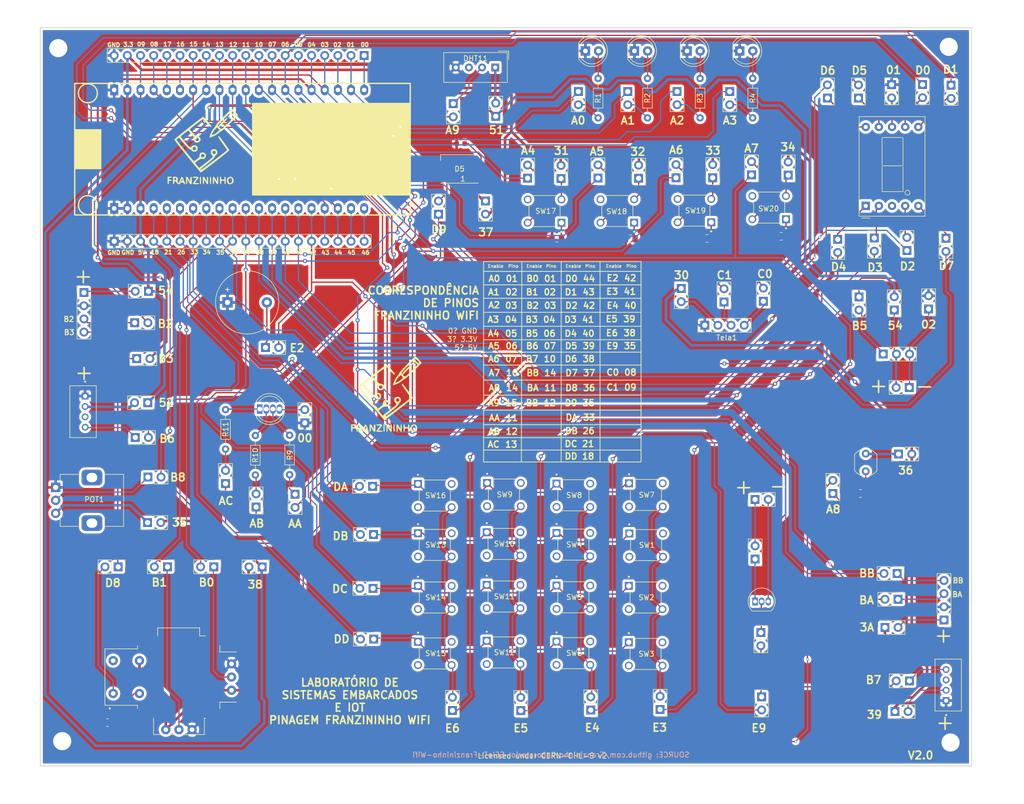
<source format=kicad_pcb>
(kicad_pcb (version 20221018) (generator pcbnew)
  (layers (0 "F.Cu" signal) (31 "B.Cu" signal) (34 "B.Paste" user) (35 "F.Paste" user) (36 "B.SilkS" user "B.Silkscreen") (37 "F.SilkS" user "F.Silkscreen") (38 "B.Mask" user) (39 "F.Mask" user) (44 "Edge.Cuts" user))
  (net 0 "")
  (net 1 "GND")
  (net 2 "Net-(EnableE2-Pin_1)")
  (net 3 "Net-(D5-VDD)")
  (net 4 "Net-(ConectoresExternos1-Pin_1)")
  (net 5 "Net-(ConectoresExternos1-Pin_2)")
  (net 6 "Net-(D1-A)")
  (net 7 "Net-(D2-A)")
  (net 8 "Net-(D3-A)")
  (net 9 "Net-(D4-A)")
  (net 11 "Net-(D5-DIN)")
  (net 12 "Net-(Enable0-Pin_2)")
  (net 13 "Net-(Enable1-Pin_2)")
  (net 14 "+5V")
  (net 15 "+3.3V")
  (net 16 "8")
  (net 17 "Net-(Enable3A1-Pin_2)")
  (net 18 "9")
  (net 19 "01")
  (net 20 "Net-(Enable30-Pin_2)")
  (net 21 "02")
  (net 22 "Net-(Enable31-Pin_1)")
  (net 23 "03")
  (net 24 "Net-(Enable32-Pin_1)")
  (net 25 "04")
  (net 26 "Net-(Enable33-Pin_1)")
  (net 27 "05")
  (net 28 "Net-(Enable34-Pin_1)")
  (net 29 "06")
  (net 30 "Net-(Enable35-Pin_1)")
  (net 31 "07")
  (net 32 "Net-(Enable36-Pin_1)")
  (net 33 "10")
  (net 34 "Net-(Enable38-Pin_2)")
  (net 35 "Net-(Enable39-Pin_2)")
  (net 36 "14")
  (net 37 "Net-(Enable51-Pin_2)")
  (net 38 "15")
  (net 39 "Net-(Enable52-Pin_2)")
  (net 40 "11")
  (net 41 "12")
  (net 42 "Net-(Enable53-Pin_2)")
  (net 43 "13")
  (net 44 "Net-(EnableC0-Pin_1)")
  (net 45 "Net-(EnableC1-Pin_1)")
  (net 46 "Net-(EnableA0-Pin_2)")
  (net 47 "Net-(EnableA1-Pin_2)")
  (net 48 "Net-(EnableA2-Pin_2)")
  (net 49 "Net-(EnableA3-Pin_2)")
  (net 50 "Net-(EnableA4-Pin_2)")
  (net 51 "Net-(EnableA5-Pin_2)")
  (net 52 "Net-(EnableA6-Pin_2)")
  (net 53 "Net-(EnableA7-Pin_2)")
  (net 54 "44")
  (net 55 "Net-(EnableA8-Pin_1)")
  (net 56 "43")
  (net 57 "Net-(EnableA9-Pin_1)")
  (net 58 "42")
  (net 59 "Net-(EnableAA1-Pin_1)")
  (net 60 "Net-(EnableAB1-Pin_2)")
  (net 61 "41")
  (net 62 "Net-(EnableAC1-Pin_2)")
  (net 63 "40")
  (net 64 "Net-(EnableB0-Pin_1)")
  (net 65 "39")
  (net 66 "Net-(EnableB1-Pin_1)")
  (net 67 "38")
  (net 68 "Net-(EnableB2-Pin_1)")
  (net 69 "37")
  (net 70 "36")
  (net 71 "Net-(EnableB3-Pin_1)")
  (net 72 "35")
  (net 73 "34")
  (net 74 "Net-(EnableB5-Pin_2)")
  (net 75 "33")
  (net 76 "Net-(EnableB6-Pin_1)")
  (net 77 "26")
  (net 78 "Net-(EnableB7-Pin_1)")
  (net 79 "21")
  (net 80 "18")
  (net 81 "Net-(EnableB8-Pin_1)")
  (net 82 "Net-(EnableBA1-Pin_1)")
  (net 83 "Net-(EnableBB1-Pin_1)")
  (net 84 "Net-(EnableD0-Pin_2)")
  (net 85 "Net-(EnableD1-Pin_2)")
  (net 86 "Net-(EnableD2-Pin_2)")
  (net 87 "45")
  (net 88 "46")
  (net 89 "0")
  (net 90 "16")
  (net 91 "17")
  (net 94 "Net-(EnableD3-Pin_1)")
  (net 95 "Net-(EnableD4-Pin_1)")
  (net 96 "Net-(EnableD5-Pin_1)")
  (net 97 "Net-(R5-Pad1)")
  (net 98 "Net-(R6-Pad1)")
  (net 99 "Net-(R7-Pad1)")
  (net 100 "Net-(R8-Pad1)")
  (net 101 "Net-(EnableD6-Pin_1)")
  (net 102 "Net-(EnableD7-Pin_1)")
  (net 103 "Net-(EnableD8-Pin_2)")
  (net 104 "Net-(EnableDA1-Pin_1)")
  (net 105 "Net-(EnableDB1-Pin_1)")
  (net 106 "Net-(EnableDC1-Pin_1)")
  (net 107 "Net-(EnableDD1-Pin_1)")
  (net 108 "Net-(EnableE3-Pin_2)")
  (net 109 "Net-(EnableE4-Pin_2)")
  (net 110 "Net-(EnableE5-Pin_2)")
  (net 111 "Net-(EnableE6-Pin_2)")
  (net 112 "Net-(EnableE9-Pin_1)")
  (net 113 "Net-(FonteExterna2-Pin_1)")
  (net 114 "Net-(FonteExterna2-Pin_2)")
  (net 115 "Net-(LED5-RK)")
  (net 116 "Net-(LED5-GK)")
  (net 137 "Net-(LED5-BK)")
  (net 138 "Net-(PeçaExterna1-Pin_1)")
  (net 139 "Net-(Q1-B)")
  (net 140 "Net-(U4-SEL-)")
  (footprint "Resistor_THT:R_Axial_DIN0204_L3.6mm_D1.6mm_P7.62mm_Horizontal" (layer "F.Cu") (at 153.1112 37.7698 90)
    (fp_text reference "R3")
    (fp_text value "150Ω" hide)
  )
  (footprint "Connector_PinHeader_2.54mm:PinHeader_1x02_P2.54mm_Vertical" (layer "F.Cu") (at 170.1292 48.8238 180)
    (fp_text reference "Enable34" hide)
    (fp_text value "Conn_01x02" hide)
  )
  (footprint "Connector_PinHeader_2.54mm:PinHeader_1x02_P2.54mm_Vertical" (layer "F.Cu") (at 179.6796 61.214)
    (fp_text reference "EnableD4" hide)
    (fp_text value "Conn_01x02" hide)
  )
  (footprint "Connector_PinHeader_2.54mm:PinHeader_1x02_P2.54mm_Vertical" (layer "F.Cu") (at 119.813 49.4136 180)
    (fp_text reference "EnableA4" hide)
    (fp_text value "Conn_01x02" hide)
  )
  (footprint "Resistor_SMD:R_0805_2012Metric" (layer "F.Cu") (at 154.432 61.0362 180)
    (fp_text reference "R7" hide)
    (fp_text value "150Ω" hide)
  )
  (footprint "Connector_PinHeader_2.54mm:PinHeader_1x02_P2.54mm_Vertical" (layer "F.Cu") (at 191.3324 130.7042 -90)
    (fp_text reference "EnableBA1" hide)
    (fp_text value "Conn_01x02" hide)
  )
  (footprint "Connector_PinHeader_2.54mm:PinHeader_1x02_P2.54mm_Vertical" (layer "F.Cu") (at 44.3484 84.2518 90)
    (fp_text reference "EnableB3" hide)
    (fp_text value "Conn_01x02" hide)
  )
  (footprint "FRANZININHO_LAB:Switch" (layer "F.Cu") (at 128.65 141.1075)
    (fp_text reference "SW6")
    (fp_text value "SW_Push_Dual" hide)
  )
  (footprint "Connector_PinHeader_2.54mm:PinHeader_1x02_P2.54mm_Vertical" (layer "F.Cu") (at 68.569135 124.4496 -90)
    (fp_text reference "Enable38" hide)
    (fp_text value "Conn_01x02" hide)
  )
  (footprint "Connector_PinHeader_2.54mm:PinHeader_1x02_P2.54mm_Vertical" (layer "F.Cu") (at 164.9984 149.5342)
    (fp_text reference "EnableE9" hide)
    (fp_text value "Conn_01x02" hide)
  )
  (footprint "Connector_PinHeader_2.54mm:PinHeader_1x02_P2.54mm_Vertical" (layer "F.Cu") (at 191.1604 125.73 -90)
    (fp_text reference "EnableBB1" hide)
    (fp_text value "Conn_01x02" hide)
  )
  (footprint "Connector_PinHeader_2.54mm:PinHeader_1x02_P2.54mm_Vertical" (layer "F.Cu") (at 193.04 63.383 180)
    (fp_text reference "EnableD2" hide)
    (fp_text value "Conn_01x02" hide)
  )
  (footprint "Connector_PinHeader_2.54mm:PinHeader_1x02_P2.54mm_Vertical" (layer "F.Cu") (at 102.616 56.3676 180)
    (fp_text reference "EnableD9" hide)
    (fp_text value "Conn_01x02" hide)
  )
  (footprint "Connector_PinHeader_2.54mm:PinHeader_1x02_P2.54mm_Vertical" (layer "F.Cu") (at 190.6016 74.8434 180)
    (fp_text reference "Enable54" hide)
    (fp_text value "Conn_01x02" hide)
  )
  (footprint "Connector_PinHeader_2.54mm:PinHeader_1x02_P2.54mm_Vertical" (layer "F.Cu") (at 157.734 73.3044 180)
    (fp_text reference "EnableC1" hide)
    (fp_text value "Conn_01x02" hide)
  )
  (footprint "LED_THT:LED_D5.0mm" (layer "F.Cu") (at 130.9766 24.8524)
    (fp_text reference "D1" hide)
    (fp_text value "LED1" hide)
  )
  (footprint "Package_TO_SOT_THT:TO-92_Inline" (layer "F.Cu") (at 163.7284 131.1242)
    (fp_text reference "Q1" hide)
    (fp_text value "BC547" hide)
  )
  (footprint "Connector_PinHeader_2.54mm:PinHeader_1x02_P2.54mm_Vertical" (layer "F.Cu") (at 186.7408 60.96)
    (fp_text reference "EnableD3" hide)
    (fp_text value "Conn_01x02" hide)
  )
  (footprint "Connector_PinHeader_2.54mm:PinHeader_1x02_P2.54mm_Vertical" (layer "F.Cu") (at 183.8 72.325)
    (fp_text reference "EnableB5" hide)
    (fp_text value "Conn_01x02" hide)
  )
  (footprint "FRANZININHO_LAB:Switch" (layer "F.Cu") (at 142.7 120.25)
    (fp_text reference "SW1")
    (fp_text value "SW_Push_Dual" hide)
  )
  (footprint "FRANZININHO_LAB:Switch" (layer "F.Cu") (at 142.6 141.2625)
    (fp_text reference "SW3")
    (fp_text value "SW_Push_Dual" hide)
  )
  (footprint "FRANZININHO_LAB:Switch" (layer "F.Cu") (at 123.0896 55.7636 180)
    (fp_text reference "SW17")
    (fp_text value "SW_Push_Dual" hide)
  )
  (footprint "Connector_PinHeader_2.54mm:PinHeader_1x02_P2.54mm_Vertical" (layer "F.Cu") (at 69.215 82.1 90)
    (fp_text reference "EnableE2" hide)
    (fp_text value "Conn_01x02" hide)
  )
  (footprint "LED_SMD:LED_WS2812B_PLCC4_5.0x5.0mm_P3.2mm" (layer "F.Cu") (at 106.68 47.625 180)
    (fp_text reference "D5")
    (fp_text value "WS2812B" hide)
  )
  (footprint "LED_THT:LED_D5.0mm" (layer "F.Cu") (at 140.4366 24.8524)
    (fp_text reference "D2" hide)
    (fp_text value "LED2" hide)
  )
  (footprint "FRANZININHO_LAB:Grove" (layer "F.Cu") (at 34.3916 94.488 -90)
    (fp_text reference "J3" hide)
    (fp_text value "Grove" hide)
  )
  (footprint "Sensor:Aosong_DHT11_5.5x12.0_P2.54mm" (layer "F.Cu") (at 113.5675 28.0375 -90)
    (fp_text reference "U1" hide)
    (fp_text value "DHT11")
  )
  (footprint "Connector_PinHeader_2.54mm:PinHeader_1x02_P2.54mm_Vertical" (layer "F.Cu") (at 46.5074 107.1118 90)
    (fp_text reference "EnableB8" hide)
    (fp_text value "Conn_01x02" hide)
  )
  (footprint "FRANZININHO_LAB:FRANZININHO_WIFI_PINOUT" (layer "F.Cu") (at 64.135 43.815)
    (fp_text reference "U3" hide)
    (fp_text value "FRANZININHO_WIFI_PINOUT" hide)
  )
  (footprint "FRANZININHO_LAB:Switch" (layer "F.Cu") (at 115.175 140.97)
    (fp_text reference "SW12")
    (fp_text value "SW_Push_Dual" hide)
  )
  (footprint "FRANZININHO_LAB:Switch" (layer "F.Cu") (at 166.4462 55.0926 180)
    (fp_text reference "SW20")
    (fp_text value "SW_Push_Dual" hide)
  )
  (footprint "Connector_PinHeader_2.54mm:PinHeader_1x02_P2.54mm_Vertical" (layer "F.Cu") (at 132.01 152.085 180)
    (fp_text reference "EnableE4" hide)
    (fp_text value "Conn_01x02" hide)
  )
  (footprint "FRANZININHO_LAB:Switch" (layer "F.Cu") (at 101.9 120.2025)
    (fp_text reference "SW13")
    (fp_text value "SW_Push_Dual" hide)
  )
  (footprint "FRANZININHO_LAB:Logo" (layer "F.Cu") (at 56.856913 43.294841)
    (fp_text reference "G***" hide)
    (fp_text value "LOGO" hide)
  )
  (footprint "OptoDevice:R_LDR_5.1x4.3mm_P3.4mm_Vertical" (layer "F.Cu") (at 185.0898 105.995172 90)
    (fp_text reference "LDR1" hide)
    (fp_text value "LDR07" hide)
  )
  (footprint "FRANZININHO_LAB:Switch" (layer "F.Cu") (at 101.9 141.1575)
    (fp_text reference "SW15")
    (fp_text value "SW_Push_Dual" hide)
  )
  (footprint "Display_7Segment:D1X8K" (layer "F.Cu") (at 185.0898 54.7624 90)
    (fp_text reference "U2" hide)
    (fp_text value "D148K")
  )
  (footprint "Connector_PinHeader_2.54mm:PinHeader_1x04_P2.54mm_Vertical" (layer "F.Cu") (at 154.02 77.8 90)
    (fp_text reference "Tela1")
    (fp_text value "Conn_01x04" hide)
  )
  (footprint "FRANZININHO_LAB:Switch" (layer "F.Cu") (at 101.9 110.6775)
    (fp_text reference "SW16")
    (fp_text value "SW_Push_Dual" hide)
  )
  (footprint "Potentiometer_THT:Potentiometer_Alps_RK09K_Single_Vertical" (layer "F.Cu") (at 28.6972 109.1076)
    (fp_text reference "POT1")
    (fp_text value "1KΩ")
  )
  (footprint "FRANZININHO_LAB:Joystick" (layer "F.Cu") (at 52.5018 145.7198 90)
    (fp_text reference "U4" hide)
    (fp_text value "Joystick" hide)
  )
  (footprint "LED_THT:LED_D5.0mm" (layer "F.Cu") (at 160.7566 24.8524)
    (fp_text reference "D4" hide)
    (fp_text value "LED4" hide)
  )
  (footprint "Connector_PinHeader_2.54mm:PinHeader_1x02_P2.54mm_Vertical" (layer "F.Cu") (at 200.5838 61.0108)
    (fp_text reference "EnableD7" hide)
    (fp_text value "Conn_01x02" hide)
  )
  (footprint "FRANZININHO_LAB:Switch" (layer "F.Cu") (at 101.9 130.3625)
    (fp_text reference "SW14")
    (fp_text value "SW_Push_Dual" hide)
  )
  (footprint "Connector_PinHeader_2.54mm:PinHeader_1x02_P2.54mm_Vertical" (layer "F.Cu") (at 145.4 151.975 180)
    (fp_text reference "EnableE3" hide)
    (fp_text value "Conn_01x02" hide)
  )
  (footprint "Connector_PinHeader_2.54mm:PinHeader_1x02_P2.54mm_Vertical" (layer "F.Cu") (at 111.6838 53.8176)
    (fp_text reference "Enable37" hide)
    (fp_text value "Conn_01x02" hide)
  )
  (footprint "Resistor_THT:R_Axial_DIN0204_L3.6mm_D1.6mm_P7.62mm_Horizontal" (layer "F.Cu") (at 67.26 106.705 90)
    (fp_text reference "R10")
    (fp_text value "150Ω" hide)
  )
  (footprint "FRANZININHO_LAB:Logo" (layer "F.Cu") (at 92.3 91.1)
    (fp_text reference "G***" hide)
    (fp_text value "LOGO" hide)
  )
  (footprint "Connector_PinHeader_2.54mm:PinHeader_1x04_P2.54mm_Vertical" (layer "F.Cu") (at 34.163 71.501)
    (fp_text reference "Jumpers1" hide)
    (fp_text value "Conn_01x04" hide)
  )
  (footprint "FRANZININHO_LAB:Switch" (layer "F.Cu") (at 142.65 110.5625)
    (fp_text reference "SW7")
    (fp_text value "SW_Push_Dual" hide)
  )
  (footprint "Connector_PinHeader_2.54mm:PinHeader_1x02_P2.54mm_Vertical" (layer "F.Cu") (at 148.6712 32.684338)
    (fp_text reference "EnableA2" hide)
    (fp_text value "Conn_01x02" hide)
  )
  (footprint "Connector_PinHeader_2.54mm:PinHeader_1x02_P2.54mm_Vertical" (layer "F.Cu") (at 40.772 124.4396 -90)
    (fp_text reference "EnableD8" hide)
    (fp_text value "Conn_01x02" hide)
  )
  (footprint "Connector_PinHeader_2.54mm:PinHeader_1x02_P2.54mm_Vertical" (layer "F.Cu") (at 163.7284 111.4392 90)
    (fp_text reference "FonteExterna2" hide)
    (fp_text value "Conn_01x02" hide)
  )
  (footprint "Connector_PinHeader_2.54mm:PinHeader_1x20_P2.54mm_Vertical" (layer "F.Cu") (at 88.265 25.7175 -90)
    (fp_text reference "J2" hide)
    (fp_text value "Conn_01x20" hide)
  )
  (footprint "Connector_PinHeader_2.54mm:PinHeader_1x02_P2.54mm_Vertical" (layer "F.Cu") (at 183.6928 33.9548 180)
    (fp_text reference "EnableD5" hide)
    (fp_text value "Conn_01x02" hide)
  )
  (footprint "Connector_PinHeader_2.54mm:PinHeader_1x02_P2.54mm_Vertical" (layer "F.Cu") (at 155.5496 49.3318 180)
    (fp_text reference "Enable33" hide)
    (fp_text value "Conn_01x02" hide)
  )
  (footprint "Connector_PinHeader_2.54mm:PinHeader_1x02_P2.54mm_Vertical" (layer "F.Cu") (at 196.0626 31.3336)
    (fp_text reference "EnableD0" hide)
    (fp_text value "Conn_01x02" hide)
  )
  (footprint "Connector_PinHeader_2.54mm:PinHeader_1x04_P2.54mm_Vertical" (layer "F.Cu") (at 200.2028 134.6962 180)
    (fp_text reference "Jumpers2" hide)
    (fp_text value "Conn_01x04" hide)
  )
  (footprint "Connector_PinHeader_2.54mm:PinHeader_1x02_P2.54mm_Vertical" (layer "F.Cu") (at 163.0426 48.768 180)
    (fp_text reference "EnableA7" hide)
    (fp_text value "Conn_01x02" hide)
  )
  (footprint "Connector_PinHeader_2.54mm:PinHeader_1x02_P2.54mm_Vertical" (layer "F.Cu") (at 191.4348 102.6668 90)
    (fp_text reference "Enable36" hide)
    (fp_text value "Conn_01x02" hide)
  )
  (footprint "Resistor_SMD:R_0805_2012Metric" (layer "F.Cu") (at 38.686108 154.5148 180)
    (fp_text reference "R29" hide)
    (fp_text value "R" hide)
  )
  (footprint "Connector_PinHeader_2.54mm:PinHeader_1x02_P2.54mm_Vertical" (layer "F.Cu") (at 193.5226 146.4564 -90)
    (fp_text reference "EnableB7" hide)
    (fp_text value "Conn_01x02" hide)
  )
  (footprint "Connector_PinHeader_2.54mm:PinHeader_1x02_P2.54mm_Vertical" (layer "F.Cu") (at 46.482 92.7608 -90)
    (fp_text reference "Enable52" hide)
    (fp_text value "Conn_01x02" hide)
  )
  (footprint "Connector_PinHeader_2.54mm:PinHeader_1x02_P2.54mm_Vertical" (layer "F.Cu") (at 89.975 128.6 -90)
    (fp_text reference "EnableDC1" hide)
    (fp_text value "Conn_01x02" hide)
  )
  (footprint "Connector_PinHeader_2.54mm:PinHeader_1x02_P2.54mm_Vertical" (layer "F.Cu") (at 46.609 71.247 -90)
    (fp_text reference "Enable53" hide)
    (fp_text value "Conn_01x02" hide)
  )
  (footprint "Connector_PinHeader_2.54mm:PinHeader_1x02_P2.54mm_Vertical" (layer "F.Cu") (at 89.9 108.9 -90)
    (fp_text reference "EnableDA1" hide)
    (fp_text value "Conn_01x02" hide)
  )
  (footprint "FRANZININHO_LAB:Switch" (layer "F.Cu") (at 115.175 120.015)
    (fp_text reference "SW10")
    (fp_text value "SW_Push_Dual" hide)
  )
  (footprint "Connector_PinHeader_2.54mm:PinHeader_1x02_P2.54mm_Vertical" (layer "F.Cu") (at 105.4608 35.0266)
    (fp_text reference "EnableA9" hide)
    (fp_text value "Conn_01x02" hide)
  )
  (footprint "Connector_PinHeader_2.54mm:PinHeader_1x02_P2.54mm_Vertical" (layer "F.Cu") (at 188.7982 136.144 90)
    (fp_text reference "Enable3A1" hide)
    (fp_text value "Conn_01x02" hide)
  )
  (footprint "Connector_PinHeader_2.54mm:PinHeader_1x02_P2.54mm_Vertical" (layer "F.Cu") (at 149.479 70.7136)
    (fp_text reference "Enable30" hide)
    (fp_text value "Conn_01x02" hide)
  )
  (footprint "Connector_PinHeader_2.54mm:PinHeader_1x20_P2.54mm_Vertical" (layer "F.Cu") (at 40.01 61.595 90)
    (fp_text reference "J1" hide)
    (fp_text value "Conn_01x20" hide)
  )
  (footprint "FRANZININHO_LAB:Switch" (layer "F.Cu") (at 128.65 120.1525)
    (fp_text reference "SW4")
    (fp_text value "SW_Push_Dual" hide)
  )
  (footprint "Resistor_SMD:R_0805_2012Metric" (layer "F.Cu") (at 125.4518 61.0214 180)
    (fp_text reference "R5" hide)
    (fp_text value "150Ω" hide)
  )
  (footprint "Resistor_SMD:R_0805_2012Metric" (layer "F.Cu") (at 184.0973 110.2868 180)
    (fp_text reference "R12" hide)
    (fp_text value "10KΩ" hide)
  )
  (footprint "Connector_PinHeader_2.54mm:PinHeader_1x03_P2.54mm_Vertical" (layer "F.Cu") (at 188.468 83.3628 90)
    (fp_text reference "M1" hide)
    (fp_text value "Motor_Servo" hide)
  )
  (footprint "FRANZININHO_LAB:Switch" (layer "F.Cu") (at 137.1346 55.7477 180)
    (fp_text reference "SW18")
    (fp_text value "SW_Push_Dual" hide)
  )
  (footprint "Connector_PinHeader_2.54mm:PinHeader_1x02_P2.54mm_Vertical" (layer "F.Cu") (at 177.6984 33.9344 180)
    (fp_text reference "EnableD6" hide)
    (fp_text value "Conn_01x02" hide)
  )
  (footprint "Resistor_SMD:R_0805_2012Metric" (layer "F.Cu") (at 139.6492 61.1124 180)
    (fp_text reference "R6" hide)
    (fp_text value "150Ω" hide)
  )
  (footprint "Connector_PinHeader_2.54mm:PinHeader_1x02_P2.54mm_Vertical" (layer "F.Cu") (at 190.0936 31.359)
    (fp_text reference "Enable1" hide)
    (fp_text value "Conn_01x02" hide)
  )
  (footprint "FRANZININHO_LAB:Switch" (layer "F.Cu") (at 115.25 110.49)
    (fp_text reference "SW9")
    (fp_text value "SW_Push_Dual" hide)
  )
  (footprint "Connector_PinHeader_2.54mm:PinHeader_1x02_P2.54mm_Vertical" (layer "F.Cu") (at 90.1 138.4 -90)
    (fp_text reference "EnableDD1" hide)
    (fp_text value "Conn_01x02" hide)
  )
  (footprint "Connector_PinHeader_2.54mm:PinHeader_1x02_P2.54mm_Vertical" (layer "F.Cu") (at 46.4516 115.9002 90)
    (fp_text reference "Enable35" hide)
    (fp_text value "Conn_01x02" hide)
  )
  (footprint "FRANZININHO_LAB:Switch" (layer "F.Cu") (at 128.65 110.6275)
    (fp_text reference "SW8")
    (fp_text value "SW_Push_Dual" hide)
  )
  (footprint "Connector_PinHeader_2.54mm:PinHeader_1x02_P2.54mm_Vertical" (layer "F.Cu") (at 44.069 99.4664 90)
    (fp_text reference "EnableB6" hide)
    (fp_text value "Conn_01x02" hide)
  )
  (footprint "Resistor_SMD:R_0805_2012Metric" (layer "F.Cu") (at 168.7849 60.6298 180)
    (fp_text reference "R8" hide)
    (fp_text value "150Ω" hide)
  )
  (footprint "Buzzer_Beeper:Buzzer_12x9.5RM7.6" (layer "F.Cu") (at 61.875 73.39)
    (fp_text reference "Buzzer1" hide)
    (fp_text value "Speaker" hide)
  )
  (footprint "Resistor_THT:R_Axial_DIN0204_L3.6mm_D1.6mm_P7.62mm_Horizontal" (layer "F.Cu") (at 61.5 101.71 90)
    (fp_text reference "R11")
    (fp_text value "150Ω" hide)
  )
  (footprint "FRANZININHO_LAB:Switch" (layer "F.Cu") (at 128.65 130.3125)
    (fp_text reference "SW5")
    (fp_text value "SW_Push_Dual" hide)
  )
  (footprint "Resistor_THT:R_Axial_DIN0204_L3.6mm_D1.6mm_P7.62mm_Horizontal" (layer "F.Cu") (at 133.4262 37.7698 90)
    (fp_text reference "R1")
    (fp_text value "150Ω" hide)
  )
  (footprint "FRANZININHO_LAB:Switch" (layer "F.Cu") (at 152.019 55.6768 180)
    (fp_text reference "SW19")
    (fp_text value "SW_Push_Dual" hide)
  )
  (footprint "Connector_PinHeader_2.54mm:PinHeader_1x02_P2.54mm_Vertical" (layer "F.Cu") (at 133.4008 49.3826 180)
    (fp_text reference "EnableA5" hide)
    (fp_text value "Conn_01x02" hide)
  )
  (footprint "LED_THT:LED_D5.0mm-4_RGB" (layer "F.Cu") (at 68.1 93.98)
    (fp_text reference "LED5" hide)
    (fp_text value "LED_RGBA" hide)
  )
  (footprint "Connector_PinHeader_2.54mm:PinHeader_1x02_P2.54mm_Vertical" (layer "F.Cu") (at 105.3 152.175 180)
    (fp_text reference "EnableE6" hide)
    (fp_text value "Conn_01x02" hide)
  )
  (footprint "Connector_PinHeader_2.54mm:PinHeader_1x02_P2.54mm_Vertical" (layer "F.Cu") (at 126.2646 49.4948 180)
    (fp_text reference "Enable31" hide)
    (fp_text value "Conn_01x02" hide)
  )
  (footprint "Capacitor_SMD:C_0603_1608Metric" (layer "F.Cu") (at 106.89 42.74 180)
    (fp_text reference "C1" hide)
    (fp_text value "100nF" hide)
  )
  (footprint "Connector_PinHeader_2.54mm:PinHeader_1x02_P2.54mm_Vertical" (layer "F.Cu") (at 43.9624 77.3176 90)
    (fp_text reference "EnableB2" hide)
    (fp_text value "Conn_01x02" hide)
  )
  (footprint "Connector_PinHeader_2.54mm:PinHeader_1x02_P2.54mm_Vertical" (layer "F.Cu") (at 190.7286 152.3746 90)
    (fp_text reference "Enable39" hide)
    (fp_text value "Conn_01x02" hide)
  )
  (footprint "Connector_PinHeader_2.54mm:PinHeader_1x02_P2.54mm_Vertical" (layer "F.Cu") (at 61.5 108.375 180)
    (fp_text reference "EnableAC1" hide)
    (fp_text value "Conn_01x02" hide)
  )
  (footprint "Connector_PinHeader_2.54mm:PinHeader_1x02_P2.54mm_Vertical" (layer "F.Cu") (at 158.8312 32.689338)
    (fp_text reference "EnableA3" hide)
    (fp_text value "Conn_01x02" hide)
  )
  (footprint "Connector_PinHeader_2.54mm:PinHeader_1x02_P2.54mm_Vertical" (layer "F.Cu") (at 129.6162 32.6898)
    (fp_text reference "EnableA0" hide)
    (fp_text value "Conn_01x02" hide)
  )
  (footprint "Connector_PinHeader_2.54mm:PinHeader_1x02_P2.54mm_Vertical" (layer "F.Cu") (at 139.1462 32.689338)
    (fp_text reference "EnableA1" hide)
    (fp_text value "Conn_01x02" hide)
  )
  (footprint "Connector_PinSocket_2.54mm:PinSocket_1x02_P2.54mm_Vertical" (layer "F.Cu") (at 164.8384 137.1342)
    (fp_text reference "ResistorExterno1" hide)
    (fp_text value "Conn_01x02" hide)
  )
  (footprint "Connector_PinHeader_2.54mm:PinHeader_1x02_P2.54mm_Vertical" (layer "F.Cu") (at 67.4 112.9 180)
    (fp_text reference "EnableAB1" hide)
    (fp_text value "Conn_01x02" hide)
  )
  (footprint "Connector_PinHeader_2.54mm:PinHeader_1x02_P2.54mm_Vertical" (layer "F.Cu") (at 193.4972 89.8144 -90)
    (fp_text reference "ConectoresExternos1" hide)
    (fp_text value "Conn_01x02" hide)
  )
  (footprint "Connector_PinHeader_2.54mm:PinHeader_1x02_P2.54mm_Vertical" (layer "F.Cu") (at 178.7398 110.2918 180)
    (fp_text reference "EnableA8" hide)
    (fp_text value "Conn_01x02" hide)
  )
  (footprint "Connector_PinHeader_2.54mm:PinHeader_1x02_P2.54mm_Vertical" (layer "F.Cu") (at 201.5744 31.4656)
    (fp_text reference "EnableD1" hide)
    (fp_text value "Conn_01x02" hide)
  )
  (footprint "Connector_PinHeader_2.54mm:PinHeader_1x02_P2.54mm_Vertical" (layer "F.Cu") (at 74.93 110.4342)
    (fp_text reference "EnableAA1" hide)
    (fp_text value "Conn_01x02" hide)
  )
  (footprint "FRANZININHO_LAB:Grove" (layer "F.Cu") (at 200.6092 147.2692 90)
    (fp_text reference "J4" hide)
    (fp_text value "Grove" hide)
  )
  (footprint "Connector_PinHeader_2.54mm:PinHeader_1x02_P2.54mm_Vertical" (layer "F.Cu") (at 197.231 74.6556 180)
    (fp_text reference "Enable2" hide)
    (fp_text value "Conn_01x02" hide)
  )
  (footprint "Connector_PinHeader_2.54mm:PinHeader_1x02_P2.54mm_Vertical" (layer "F.Cu") (at 113.665 37.465 180)
    (fp_text reference "Enable51" hide)
    (fp_text value "Conn_01x02" hide)
  )
  (footprint "Resistor_THT:R_Axial_DIN0204_L3.6mm_D1.6mm_P7.62mm_Horizontal" (layer "F.Cu") (at 163.2712 37.7698 90)
    (fp_text reference "R4")
    (fp_text value "150Ω" hide)
  )
  (footprint "Connector_PinHeader_2.54mm:PinHeader_1x02_P2.54mm_Vertical" (layer "F.Cu") (at 165.3286 73.1774 180)
    (fp_text reference "EnableC0" hide)
    (fp_text value "Conn_01x02" hide)
  )
  (footprint "Connector_PinHeader_2.54mm:PinHeader_1x02_P2.54mm_Vertical" (layer "F.Cu") (at 118.5 152.2 180)
    (fp_text reference "EnableE5" hide)
    (fp_text value "Conn_01x02" hide)
  )
  (footprint "Connector_PinHeader_2.54mm:PinHeader_1x02_P2.54mm_Vertical" (layer "F.Cu") (at 141.2494 49.4284 180)
    (fp_text reference "Enable32" hide)
    (fp_text value "Conn_01x02" hide)
  )
  (footprint "Resistor_THT:R_Axial_DIN0204_L3.6mm_D1.6mm_P7.62mm_Horizontal" (layer "F.Cu") (at 73.8632 106.6546 90)
    (fp_text reference "R9")
    (fp_text value "150Ω" hide)
  )
  (footprint "LED_THT:LED_D5.0mm" (layer "F.Cu") (at 150.5966 24.8524)
    (fp_text reference "D3" hide)
    (fp_text value "LED3" hide)
  )
  (footprint "Connector_PinHeader_2.54mm:PinHeader_1x02_P2.54mm_Vertical" (layer "F.Cu") (at 90.075 118.2 -90)
    (fp_text reference "EnableDB1" hide)
    (fp_text value "Conn_01x02" hide)
  )
  (footprint "Connector_PinHeader_2.54mm:PinHeader_1x02_P2.54mm_Vertical" (layer "F.Cu") (at 163.7384 122.9442 180)
    (fp_text reference "PeçaExterna1" hide)
    (fp_text value "Conn_01x02" hide)
  )
  (footprint "FRANZININHO_LAB:Switch" (layer "F.Cu") (at 142.6 130.3625)
    (fp_text reference "SW2")
    (fp_text value "SW_Push_Dual" hide)
  )
  (footprint "FRANZININHO_LAB:Switch" (layer "F.Cu") (at 115.175 130.175)
    (fp_text reference "SW11")
    (fp_text value "SW_Push_Dual" hide)
  )
  (footprint "Connector_PinHeader_2.54mm:PinHeader_1x02_P2.54mm_Vertical" (layer "F.Cu") (at 50.297 124.4346 -90)
    (fp_text reference "EnableB1" hide)
    (fp_text value "Conn_01x02" hide)
  )
  (footprint "Connector_PinHeader_2.54mm:PinHeader_1x02_P2.54mm_Vertical" (layer "F.Cu") (at 76.8 96.64 180)
    (fp_text reference "Enable0" hide)
    (fp_text value "Conn_01x02" hide)
  )
  (footprint "Connector_PinHeader_2.54mm:PinHeader_1x02_P2.54mm_Vertical" (layer "F.Cu") (at 59.232 124.4396 -90)
    (fp_text reference "EnableB0" hide)
    (fp_text value "Conn_01x02" hide)
  )
  (footprint "Connector_PinHeader_2.54mm:PinHeader_1x02_P2.54mm_Vertical" (layer "F.Cu") (at 148.463 49.3318 180)
    (fp_text reference "EnableA6" hide)
    (fp_text value "Conn_01x02" hide)
  )
  (footprint "Resistor_THT:R_Axial_DIN0204_L3.6mm_D1.6mm_P7.62mm_Horizontal" (layer "F.Cu") (at 142.9562 30.149338 -90)
    (fp_text reference "R2")
    (fp_text value "150Ω" hide)
  )
  (gr_line (start 141.725 75.3) (end 111.375 75.3) (stroke (width 0.15)) (layer "F.SilkS"))
  (gr_line (start 111.375 72.6) (end 141.725 72.6) (stroke (width 0.15)) (layer "F.SilkS"))
  (gr_line (start 126.3 65.5) (end 126.3 104.2) (stroke (width 0.15)) (layer "F.SilkS"))
  (gr_line (start 111.325 85.5) (end 141.675 85.5) (stroke (width 0.15)) (layer "F.SilkS"))
  (gr_line (start 141.675 99.5) (end 111.325 99.5) (stroke (width 0.15)) (layer "F.SilkS"))
  (gr_line (start 141.675 80.6) (end 111.325 80.6) (stroke (width 0.15)) (layer "F.SilkS"))
  (gr_line (start 141.625 88.4) (end 111.375 88.4) (stroke (width 0.15)) (layer "F.SilkS"))
  (gr_line (start 141.675 83) (end 111.325 83) (stroke (width 0.15)) (layer "F.SilkS"))
  (gr_line (start 111.3 91.3) (end 141.65 91.3) (stroke (width 0.15)) (layer "F.SilkS"))
  (gr_line (start 118.7 65.5) (end 118.6 104.1) (stroke (width 0.15)) (layer "F.SilkS"))
  (gr_line (start 133.8 65.5) (end 133.8 104.1) (stroke (width 0.15)) (layer "F.SilkS"))
  (gr_line (start 141.65 94.2) (end 111.4 94.2) (stroke (width 0.15)) (layer "F.SilkS"))
  (gr_rect (start 111.325 65.5) (end 141.725 104.2) (stroke (width 0.15)) (fill none) (layer "F.SilkS"))
  (gr_line (start 111.3 101.9) (end 141.7 101.9) (stroke (width 0.15)) (layer "F.SilkS"))
  (gr_line (start 111.375 67.4) (end 141.725 67.4) (stroke (width 0.15)) (layer "F.SilkS"))
  (gr_line (start 111.325 97) (end 141.675 97) (stroke (width 0.15)) (layer "F.SilkS"))
  (gr_line (start 141.675 78) (end 111.325 78) (stroke (width 0.15)) (layer "F.SilkS"))
  (gr_line (start 111.5 70) (end 141.75 70) (stroke (width 0.15)) (layer "F.SilkS"))
  (gr_rect (start 25.7408 20.3454) (end 205.5008 162.9018) (stroke (width 0.15)) (fill none) (layer "Edge.Cuts"))
  (gr_text "SOURCE: github.com/Franzininho/laboratorio-SEIoT-Franzininho-Wifi" (at 151.1554 161.3154) (layer "B.SilkS") (effects (font (size 1 1)) (justify left bottom mirror)))
  (gr_text "C0" (at 136.25 86.9) (layer "F.SilkS") (effects (font (size 1.2 1.2) (thickness 0.25))))
  (gr_text "13" (at 59.436 24.0792) (layer "F.SilkS") (effects (font (size 0.8 0.8) (thickness 0.2) bold) (justify left bottom)))
  (gr_text "09" (at 44.2976 24.0284) (layer "F.SilkS") (effects (font (size 0.8 0.8) (thickness 0.2) bold) (justify left bottom)))
  (gr_text "10" (at 124.1 84.3) (layer "F.SilkS") (effects (font (size 1.2 1.2) (thickness 0.25))))
  (gr_text "39\n" (at 69.7738 64.1858) (layer "F.SilkS") (effects (font (size 0.8 0.8) (thickness 0.2) bold) (justify left bottom)))
  (gr_text "35" (at 59.5884 64.2112) (layer "F.SilkS") (effects (font (size 0.8 0.8) (thickness 0.2) bold) (justify left bottom)))
  (gr_text "36" (at 62.23 64.2366) (layer "F.SilkS") (effects (font (size 0.8 0.8) (thickness 0.2) bold) (justify left bottom)))
  (gr_text "GND" (at 39.9542 63.7794) (layer "F.SilkS") (effects (font (size 0.8 0.8) (thickness 0.2) bold)))
  (gr_text "Enable" (at 136.45 66.4) (layer "F.SilkS") (effects (font (size 0.6 0.6) (thickness 0.125))))
  (gr_text "02" (at 82.1944 24.13) (layer "F.SilkS") (effects (font (size 0.8 0.8) (thickness 0.2) bold) (justify left bottom)))
  (gr_text "LABORATÓRIO DE\nSISTEMAS EMBARCADOS\nE IOT\nPINAGEM FRANZININHO WIFI" (at 85.5 150.4) (layer "F.SilkS") (effects (font (size 1.5 1.5) (thickness 0.3))))
  (gr_text "03" (at 116.65 74) (layer "F.SilkS") (effects (font (size 1.2 1.2) (thickness 0.25))))
  (gr_text "-" (at 170.3324 110.5154) (layer "F.SilkS") (effects (font (size 3 3) (thickness 0.3) bold) (justify left bottom mirror)))
  (gr_text "AC" (at 61.6 111.7) (layer "F.SilkS") (effects (font (size 1.5 1.5) (thickness 0.3))))
  (gr_text "30" (at 149.5298 68.1482) (layer "F.SilkS") (effects (font (size 1.5 1.5) (thickness 0.3))))
  (gr_text "54" (at 49.9718 71.1046) (layer "F.SilkS") (effects (font (size 1.5 1.5) (thickness 0.3))))
  (gr_text "D3" (at 128.1 76.7) (layer "F.SilkS") (effects (font (size 1.2 1.2) (thickness 0.25))))
  (gr_text "26" (at 52.07 64.1604) (layer "F.SilkS") (effects (font (size 0.8 0.8) (thickness 0.2) bold) (justify left bottom)))
  (gr_text "B8" (at 52.2986 107.1626) (layer "F.SilkS") (effects (font (size 1.5 1.5) (thickness 0.3))))
  (gr_text "38" (at 131.6 84.3) (layer "F.SilkS") (effects (font (size 1.2 1.2) (thickness 0.25))))
  (gr_text "01" (at 124.175 68.8) (layer "F.SilkS") (effects (font (size 1.2 1.2) (thickness 0.25))))
  (gr_text "D0" (at 128.275 68.8) (layer "F.SilkS") (effects (font (size 1.2 1.2) (thickness 0.25))))
  (gr_text "42" (at 139.625 68.7) (layer "F.SilkS") (effects (font (size 1.2 1.2) (thickness 0.25))))
  (gr_text "14" (at 116.8 89.9) (layer "F.SilkS") (effects (font (size 1.2 1.2) (thickness 0.25))))
  (gr_text "A5" (at 113.325 81.8) (layer "F.SilkS") (effects (font (size 1.2 1.2) (thickness 0.25))))
  (gr_text "5V" (at 44.4754 64.1858) (layer "F.SilkS") (effects (font (size 0.8 0.8) (thickness 0.2) bold) (justify left bottom)))
  (gr_text "GND" (at 42.6466 63.7286) (layer "F.SilkS") (effects (font (size 0.8 0.8) (thickness 0.2) bold)))
  (gr_text "BB" (at 202.9206 127.0762) (layer "F.SilkS") (effects (font (size 1 1) (thickness 0.2) bold)))
  (gr_text "10" (at 116.8 87) (layer "F.SilkS") (effects (font (size 1.2 1.2) (thickness 0.25))))
  (gr_text "37" (at 131.7 87) (layer "F.SilkS") (effects (font (size 1.2 1.2) (thickness 0.25))))
  (gr_text "B1" (at 48.729135 127.4496) (layer "F.SilkS") (effects (font (size 1.5 1.5) (thickness 0.3))))
  (gr_text "33" (at 155.6004 44.0944) (layer "F.SilkS") (effects (font (size 1.5 1.5) (thickness 0.3))))
  (gr_text "03" (at 124.175 74) (layer "F.SilkS") (effects (font (size 1.2 1.2) (thickness 0.25))))
  (gr_text "B7" (at 186.6138 146.2786) (layer "F.SilkS") (effects (font (size 1.5 1.5) (thickness 0.3))))
  (gr_text "A6" (at 148.5138 43.9674) (layer "F.SilkS") (effects (font (size 1.5 1.5) (thickness 0.3))))
  (gr_text "D6" (at 177.7492 28.6208) (layer "F.SilkS") (effects (font (size 1.5 1.5) (thickness 0.3))))
  (gr_text "BA" (at 202.7682 129.7686) (layer "F.SilkS") (effects (font (size 1 1) (thickness 0.2) bold)))
  (gr_text "Pino" (at 139.85 66.4) (layer "F.SilkS") (effects (font (size 0.6 0.6) (thickness 0.125))))
  (gr_text "44" (at 82.3468 64.262) (layer "F.SilkS") (effects (font (size 0.8 0.8) (thickness 0.2) bold) (justify left bottom)))
  (gr_text "07" (at 69.6214 24.0538) (layer "F.SilkS") (effects (font (size 0.8 0.8) (thickness 0.2) bold) (justify left bottom)))
  (gr_text "14" (at 56.8706 24.0284) (layer "F.SilkS") (effects (font (size 0.8 0.8) (thickness 0.2) bold) (justify left bottom)))
  (gr_text "B7" (at 120.7 84.3) (layer "F.SilkS") (effects (font (size 1.2 1.2) (thickness 0.25))))
  (gr_text "36" (at 192.820238 105.822872) (layer "F.SilkS") (effects (font (size 1.5 1.5) (thickness 0.3))))
  (gr_text "D1" (at 201.4728 28.4176) (layer "F.SilkS") (effects (font (size 1.5 1.5) (thickness 0.3))))
  (gr_text "41" (at 131.5 76.7) (layer "F.SilkS") (effects (font (size 1.2 1.2) (thickness 0.25))))
  (gr_text "-" (at 198.5264 91.2368) (layer "F.SilkS") (effects (font (size 3 3) (thickness 0.3) bold) (justify left bottom mirror)))
  (gr_text "DA" (at 83.7 109) (layer "F.SilkS") (effects (font (size 1.5 1.5) (thickness 0.3))))
  (gr_text "17" (at 49.3776 24.0284) (layer "F.SilkS") (effects (font (size 0.8 0.8) (thickness 0.2) bold) (justify left bottom)))
  (gr_text "GND" (at 39.9034 23.6982) (layer "F.SilkS") (effects (font (size 0.8 0.8) (thickness 0.2) bold)))
  (gr_text "Licensed under CERN-OHL-S v2" (at 110.0836 161.5186) (layer "F.SilkS") (effects (font (size 1 1)) (justify left bottom)))
  (gr_text "E5" (at 118.5 155.6) (layer "F.SilkS") (effects (font (size 1.5 1.5) (thickness 0.3))))
  (gr_text "45" (at 84.9122 64.2366) (layer "F.SilkS") (effects (font (size 0.8 0.8) (thickness 0.2) bold) (justify left bottom)))
  (gr_text "35" (at 131.6 92.8) (layer "F.SilkS") (effects (font (size 1.2 1.2) (thickness 0.25))))
  (gr_text "26" (at 131.6 98.2) (layer "F.SilkS") (effects (font (size 1.2 1.2) (thickness 0.25))))
  (gr_text "12" (at 116.75 98.3) (layer "F.SilkS") (effects (font (size 1.2 1.2) (thickness 0.25))))
  (gr_text "14" (at 124.2 87) (layer "F.SilkS") (effects (font (size 1.2 1.2) (thickness 0.25))))
  (gr_text "Pino" (at 117.05 66.4) (layer "F.SilkS") (effects (font (size 0.6 0.6) (thickness 0.125))))
  (gr_text "A2" (at 113.35 73.9) (layer "F.SilkS") (effects (font (size 1.2 1.2) (thickness 0.25))))
  (gr_text "13" (at 116.65 100.8) (layer "F.SilkS") (effects (font (size 1.2 1.2) (thickness 0.25))))
  (gr_text "+" (at 189.6272 91.1444) (layer "F.SilkS") (effects (font (size 3 3) (thickness 0.3) bold) (justify left bottom mirror)))
  (gr_text "32" (at 141.097 44.2976) (layer "F.SilkS") (effects (font (size 1.5 1.5) (thickness 0.3))))
  (gr_text "A2" (at 148.6812 38.259338) (layer "F.SilkS") (effects (font (size 1.5 1.5) (thickness 0.3))))
  (gr_text "DB" (at 83.7 118.5) (layer "F.SilkS") (effects (font (size 1.5 1.5) (thickness 0.3))))
  (gr_text "A9" (at 105.3084 40.1066) (layer "F.SilkS") (effects (font (size 1.5 1.5) (thickness 0.3))))
  (gr_text "E3" (at 136.15 71.3) (layer "F.SilkS") (effects (font (size 1.2 1.2) (thickness 0.25))))
  (gr_text "04" (at 116.6 76.7) (layer "F.SilkS") (effects (font (size 1.2 1.2) (thickness 0.25))))
  (gr_text "42" (at 131.675 74) (layer "F.SilkS") (effects (font (size 1.2 1.2) (thickness 0.25))))
  (gr_text "AC" (at 113.25 100.8) (layer "F.SilkS") (effects (font (size 1.2 1.2) (thickness 0.25))))
  (gr_text "02" (at 197.231 77.6556) (layer "F.SilkS") (effects (font (size 1.5 1.5) (thickness 0.3))))
  (gr_text "A7" (at 113.4 87) (layer "F.SilkS") (effects (font (size 1.2 1.2) (thickness 0.25))))
  (gr_text "DA" (at 128.3 95.6) (layer "F.SilkS") (effects (font (size 1.2 1.2) (thickness 0.25))))
  (gr_text "06" (at 116.725 81.8) (layer "F.SilkS") (effects (font (size 1.2 1.2) (thickness 0.25))))
  (gr_text "31" (at 126.3408 44.105) (layer "F.SilkS") (effects (font (size 1.5 1.5) (thickness 0.3))))
  (gr_text "C0" (at 165.6334 67.8942) (layer "F.SilkS") (effects (font (size 1.5 1.5) (thickness 0.3))))
  (gr_text "BB" (at 120.7 92.8) (layer "F.SilkS") (effects (font (size 1.2 1.2) (thickness 0.25))))
  (gr_text "B3" (at 31.3182 79.1718) (layer "F.SilkS") (effects (font (size 1 1) (thickness 0.2) bold)))
  (gr_text "07" (at 116.7 84.3) (layer "F.SilkS") (effects (font (size 1.2 1.2) (thickness 0.25))))
  (gr_text "05" (at 116.65 79.4) (layer "F.SilkS") (effects (font (size 1.2 1.2) (thickness 0.25))))
  (gr_text "D5" (at 128.225 81.8) (layer "F.SilkS") (effects (font (size 1.2 1.2) (thickness 0.25))))
  (gr_text "11" (at 116.8 95.7) (layer "F.SilkS") (effects (font (size 1.2 1.2) (thickness 0.25))))
  (gr_text "01" (at 190.4555 28.5273) (layer "F.SilkS") (effects (font (size 1.5 1.5) (thickness 0.3))))
  (gr_text "Enable" (at 128.65 66.4) (layer "F.SilkS") (effects (font (size 0.6 0.6) (thickness 0.125))))
  (gr_text "12" (at 124.1 92.8) (layer "F.SilkS") (effects (font (size 1.2 1.2) (thickness 0.25))))
  (gr_text "21" (at 131.5 100.7) (layer "F.SilkS") (effects (font (size 1.2 1.2) (thickness 0.25))))
  (gr_text "A4" (at 113.25 79.4) (layer "F.SilkS") (effects (font (size 1.2 1.2) (thickness 0.25))))
  (gr_text "DC" (at 128.2 100.7) (layer "F.SilkS") (effects (font (size 1.2 1.2) (thickness 0.25))))
  (gr_text "43" (at 79.883 64.2366) (layer "F.SilkS") (effects (font (size 0.8 0.8) (thickness 0.2) bold) (justify left bottom)))
  (gr_text "C1" (at 136.25 89.8) (layer "F.SilkS") (effects (font (size 1.2 1.2) (thickness 0.25))))
  (gr_text "AB" (at 113.35 98.3) (layer "F.SilkS") (effects (font (size 1.2 1.2) (thickness 0.25))))
  (gr_text "43" (at 131.6 71.4) (layer "F.SilkS") (effects (font (size 1.2 1.2) (thickness 0.25))))
  (gr_text "33" (at 54.5846 64.135) (layer "F.SilkS") (effects (font (size 0.8 0.8) (thickness 0.2) bold) (justify left bottom)))
  (gr_text "D4" (at 128.15 79.4) (layer "F.SilkS") (effects (font (size 1.2 1.2) (thickness 0.25))))
  (gr_text "E5" (at 136.05 76.6) (layer "F.SilkS") (effects (font (size 1.2 1.2) (thickness 0.25))))
  (gr_text "A1" (at 139.1812 38.259338) (layer "F.SilkS") (effects (font (size 1.5 1.5) (thickness 0.3))))
  (gr_text "03" (at 79.7306 24.1046) (layer "F.SilkS") (effects (font (size 0.8 0.8) (thickness 0.2) bold) (justify left bottom)))
  (gr_text "07" (at 124.125 81.8) (layer "F.SilkS") (effects (font (size 1.2 1.2) (thickness 0.25))))
  (gr_text "E9" (at 136.175 81.8) (layer "F.SilkS") (effects (font (size 1.2 1.2) (thickness 0.25))))
  (gr_text "B2" (at 31.242 76.6318) (layer "F.SilkS") (effects (font (size 1 1) (thickness 0.2) bold)))
  (gr_text "D6" (at 128.2 84.3) (layer "F.SilkS") (effects (font (size 1.2 1.2) (thickness 0.25))))
  (gr_text "E2" (at 75.3 82.2) (layer "F.SilkS") (effects (font (size 1.5 1.5) (thickness 0.3))))
  (gr_text "A0" (at 113.375 68.8) (layer "F.SilkS") (effects (font (size 1.2 1.2) (thickness 0.25))))
  (gr_text "39" (at 139.45 76.6) (layer "F.SilkS") (effects (font (size 1.2 1.2) (thickness 0.25))))
  (gr_text "D7" (at 128.3 87) (layer "F.SilkS") (effects (font (size 1.2 1.2) (thickness 0.25))))
  (gr_text "B2" (at 49.911 77.5208) (layer "F.SilkS") (effects (font (size 1.5 1.5) (thickness 0.3))))
  (gr_text "E3" (at 145.3 155.475) (layer "F.SilkS") (effects (font (size 1.5 1.5) (thickness 0.3))))
  (gr_text "+" (at 163.6014 110.6932) (layer "F.SilkS") (effects (font (size 3 3) (thickness 0.3) bold) (justify left bottom mirror)))
  (gr_text "12" (at 62.0776 24.1046) (layer "F.SilkS") (effects (font (size 0.8 0.8) (thickness 0.2) bold) (justify left bottom)))
  (gr_text "02" (at 124.1 71.4) (layer "F.SilkS") (effects (font (size 1.2 1.2) (thickness 0.25))))
  (gr_text "37" (at 111.76 59.8424) (layer "F.SilkS") (effects (font (size 1.5 1.5) (thickness 0.3))))
  (gr_text "35" (at 139.575 81.8) (layer "F.SilkS") (effects (font (size 1.2 1.2) (thickness 0.25))))
  (gr_text "3.3" (at 41.6306 24.0792) (layer "F.SilkS") (effects (font (size 0.8 0.8) (thickness 0.2) bold) (justify left bottom)))
  (gr_text "37\n" (at 64.7192 64.2366) (layer "F.SilkS") (effects (font (size 0.8 0.8) (thickness 0.2) bold) (justify left bottom)))
  (gr_text "B2" (at 120.775 74) (layer "F.SilkS") (effects (font (size 1.2 1.2) (thickness 0.25))))
  (gr_text "34\n" (at 56.9722 64.1604) (layer "F.SilkS") (effects (font (size 0.8 0.8) (thickness 0.2) bold) (justify left bottom)))
  (gr_text "A7" (at 163.0426 43.6626) (layer "F.SilkS") (effects (font (size 1.5 1.5) (thickness 0.3))))
  (gr_text "V2.0" (at 195.6816 160.8328) (layer "F.SilkS") (effects (font (size 1.5 1.5) (thickness 0.3))))
  (gr_text "46" (at 87.63 64.2366) (layer "F.SilkS") (effects (font (size 0.8 0.8) (thickness 0.2) bold) (justify left bottom)))
  (gr_text "D9" (at 102.6922 59.309) (layer "F.SilkS") (effects (font (size 1.5 1.5) (thickness 0.3))))
  (gr_text "54" (at 190.8016 77.8684) (layer "F.SilkS") (effects (font (size 1.5 1.5) (thickness 0.3))))
  (gr_text "08" (at 46.8122 24.0284) (layer "F.SilkS") (effects (font (size 0.8 0.8) (thickness 0.2) bold) (justify left bottom)))
  (gr_text "E6" (at 136.1 79.3) (layer "F.SilkS") (effects (font (size 1.2 1.2) (thickness 0.25))))
  (gr_text "D3" (at 186.8932 66.6292) (layer "F.SilkS") (effects (font (size 1.5 1.5) (thickness 0.3))))
  (gr_text "Pino" (at 124.35 66.4) (layer "F.SilkS") (effects (font (size 0.6 0.6) (thickness 0.125))))
  (gr_text "18" (at 46.9646 64.1604) (layer "F.SilkS") (effects (font (size 0.8 0.8) (thickness 0.2) bold) (justify left bottom)))
  (gr_text "E4" (at 136.225 74) (layer "F.SilkS") (effects (font (size 1.2 1.2) (thickness 0.25))))
  (gr_text "DD" (at 128.2 103.1) (layer "F.SilkS") (effects (font (size 1.2 1.2) (thickness 0.25))))
  (gr_text "34" (at 170.0784 43.4086) (layer "F.SilkS") (effects (font (size 1.5 1.5) (thickness 0.3))))
  (gr_text "38\n" (at 67.2084 64.2112) (layer "F.SilkS") (effects (font (size 0.8 0.8) (thickness 0.2) bold) (justify left bottom)))
  (gr_text "D4" (at 179.8574 66.5276) (layer "F.SilkS") (effects (font (size 1.5 1.5) (thickness 0.3))))
  (gr_text "00" (at 76.8 99.6) (layer "F.SilkS") (effects (font (size 1.5 1.5) (thickness 0.3))))
  (gr_text "38" (at 139.5 79.3) (layer "F.SilkS") (effects (font (size 1.2 1.2) (thickness 0.25))))
  (gr_text "D2" (at 128.275 74) (layer "F.SilkS") (effects (font (size 1.2 1.2) (thickness 0.25))))
  (gr_text "DB" (at 128.3 98.2) (layer "F.SilkS") (effects (font (size 1.2 1.2) (thickness 0.25))))
  (gr_text "E9" (at 164.4684 155.5817) (layer "F.SilkS") (effects (font (size 1.5 1.5) (thickness 0.3))))
  (gr_text "+" (at 202.4634 156.1846) (layer "F.SilkS") (effects (font (size 3 3) (thickness 0.3) bold) (justify left bottom mirror)))
  (gr_text "52" (at 50.057 92.7558) (layer "F.SilkS") (effects (font (size 1.5 1.5) (thickness 0.3))))
  (gr_text "D8" (at 39.729135 127.5496) (layer "F.SilkS") (effects (font (size 1.5 1.5) (thickness 0.3))))
  (gr_text "18" (at 131.5 103.1) (layer "F.SilkS") (effects (font (size 1.2 1.2) (thickness 0.25))))
  (gr_text "D9" (at 128.2 92.8) (layer "F.SilkS") (effects (font (size 1.2 1.2) (thickness 0.25))))
  (gr_text "D1" (at 128.2 71.4) (layer "F.SilkS") (effects (font (size 1.2 1.2) (thickness 0.25))))
  (gr_text "A9" (at 113.3 92.8) (layer "F.SilkS") (effects (font (size 1.2 1.2) (thickness 0.25))))
  (gr_text "A3" (at 113.2 76.7) (layer "F.SilkS") (effects (font (size 1.2 1.2) (thickness 0.25))))
  (gr_text "41" (at 74.8538 64.1858) (layer "F.SilkS") (effects (font (size 0.8 0.8) (thickness 0.2) bold) (justify left bottom)))
  (gr_text "A6" (at 113.3 84.3) (layer "F.SilkS") (effects (font (size 1.2 1.2) (thickness 0.25))))
  (gr_text "40" (at 131.55 79.4) (layer "F.SilkS") (effects (font (size 1.2 1.2) (thickness 0.25))))
  (gr_text "B3" (at 120.6 76.7) (layer "F.SilkS") (effects (font (size 1.2 1.2) (thickness 0.25))))
  (gr_text "B6" (at 50.2158 99.695) (layer "F.SilkS") (effects (font (size 1.5 1.5) (thickness 0.3))))
  (gr_text "E2" (at 136.225 68.7) (layer "F.SilkS") (effects (font (size 1.2 1.2) (thickness 0.25))))
  (gr_text "A3" (at 158.8812 38.259338) (layer "F.SilkS") (effects (font (size 1.5 1.5) (thickness 0.3))))
  (gr_text "DD" (at 83.9 138.4) (layer "F.SilkS") (effects (font (size 1.5 1.5) (thickness 0.3))))
  (gr_text "+" (at 202.1586 139.3444) (layer "F.SilkS") (effects (font (size 3 3) (thickness 0.3) bold) (justify left bottom mirror)))
  (gr_text "E6" (at 105.3 155.6) (layer "F.SilkS") (effects (font (size 1.5 1.5) (thickness 0.3))))
  (gr_text "04" (at 77.216 24.1046) (layer "F.SilkS") (effects (font (size 0.8 0.8) (thickness 0.2) bold) (justify left bottom)))
  (gr_text "CORRESPONDÊNCIA\nDE PINOS\nFRANZININHO WIFI" (at 110.6 73.5) (layer "F.SilkS") (effects (font (size 1.5 1.5) (thickness 0.3)) (justify right)))
  (gr_text "A1" (at 113.3 71.4) (layer "F.SilkS") (effects (font (size 1.2 1.2) (thickness 0.25))))
  (gr_text "06" (at 124.05 79.4) (layer "F.SilkS") (effects (font (size 1.2 1.2) (thickness 0.25))))
  (gr_text "B6" (at 120.725 81.8) (layer "F.SilkS") (effects (font (size 1.2 1.2) (thickness 0.25))))
  (gr_text "33" (at 131.7 95.6) (layer "F.SilkS") (effects (font (size 1.2 1.2) (thickness 0.25))))
  (gr_text "3A" (at 185.3184 136.1186) (layer "F.SilkS") (effects (font (size 1.5 1.5) (thickness 0.3))))
  (gr_text "40" (at 139.65 74) (layer "F.SilkS") (effects (font (size 1.2 1.2) (thickness 0.25))))
  (gr_text "A4" (at 119.9146 44.0796) (layer "F.SilkS") (effects (font (size 1.5 1.5) (thickness 0.3))))
  (gr_text "36" (at 131.7 89.9) (layer "F.SilkS") (effects (font (size 1.2 1.2) (thickness 0.25))))
  (gr_text "05" (at 74.7014 24.0538) (layer "F.SilkS") (effects (font (size 0.8 0.8) (thickness 0.2) bold) (justify left bottom)))
  (gr_text "Enable" (at 121.1 66.4) (layer "F.SilkS") (effects (font (size 0.6 0.6) (thickness 0.125))))
  (gr_text "A8" (at 113.4 89.9) (layer "F.SilkS") (effects (font (size 1.2 1.2) (thickness 0.25))))
  (gr_text "16" (at 51.9176 24.0284) (layer "F.SilkS") (effects (font (size 0.8 0.8) (thickness 0.2) bold) (justify left bottom)))
  (gr_text "02" (at 116.7 71.4) (layer "F.SilkS") (effects (font (size 1.2 1.2) (thickness 0.25))))
  (gr_text "B3\n" (at 50.0126 84.2518) (layer "F.SilkS") (effects (font (size 1.5 1.5) (thickness 0.3))))
  (gr_text "42" (at 77.3684 64.2366) (layer "F.SilkS") (effects (font (size 0.8 0.8) (thickness 0.2) bold) (justify left bottom)))
  (gr_text "B5" (at 183.9 77.9) (layer "F.SilkS") (effects (font (size 1.5 1.5) (thickness 0.3))))
  (gr_text "08" (at 139.65 86.9) (layer "F.SilkS") (effects (font (size 1.2 1.2) (thickness 0.25))))
  (gr_text "01" (at 116.775 68.8) (layer "F.SilkS") (effects (font (size 1.2 1.2) (thickness 0.25))))
  (gr_text "0? GND\n3? 3.3V\n5? 5V" (at 110.2 80.5) (layer "F.SilkS") (effects (font (size 1 1)) (justify right)))
  (gr_text "D2" (at 193.167 66.426) (layer "F.SilkS") (effects (font (size 1.5 1.5) (thickness 0.3))))
  (gr_text "D5" (at 183.8706 28.6208) (layer "F.SilkS") (effects (font (size 1.5 1.5) (thickness 0.3))))
  (gr_text "E4" (at 132.3 155.5) (layer "F.SilkS") (effects (font (size 1.5 1.5) (thickness 0.3))))
  (gr_text "A8" (at 178.820238 113.322872) (layer "F.SilkS") (effects (font (size 1.5 1.5) (thickness 0.3))))
  (gr_text "A0" (at 129.5812 38.259338) (layer "F.SilkS") (effects (font (size 1.5 1.5) (thickness 0.3))))
  (gr_text "AA" (at 113.4 95.7) (layer "F.SilkS") (effects (font (size 1.2 1.2) (thickness 0.25))))
  (gr_text "15" (at 54.4322 24.003) (layer "F.SilkS") (effects (font (size 0.8 0.8) (thickness 0.2) bold) (justify left bottom)))
  (gr_text "BA" (at 185.2424 130.8792) (layer "F.SilkS") (effects (font (size 1.5 1.5) (thickness 0.3))))
  (gr_text "D0" (at 196.1134 28.5954) (layer "F.SilkS") (effects (font (size 1.5 1.5) (thickness 0.3))))
  (gr_text "11" (at 124.2 89.9) (layer "F.SilkS") (effects (font (size 1.2 1.2) (thickness 0.25))))
  (gr_text "DC" (at 83.6 128.7) (layer "F.SilkS") (effects (font (size 1.5 1.5) (thickness 0.3))))
  (gr_text "C1" (at 157.8102 68.1482) (layer "F.SilkS") (effects (font (size 1.5 1.5) (thickness 0.3))))
  (gr_text "15" (at 116.7 92.8) (layer "F.SilkS") (effects (font (size 1.2 1.2) (thickness 0.25))))
  (gr_text "51" (at 113.8174 40.1066) (layer "F.SilkS") (effects (font (size 1.5 1.5) (thickness 0.3))))
  (gr_text "AA" (at 74.9046 116.1034) (layer "F.SilkS") (effects (font (size 1.5 1.5) (thickness 0.3))))
  (gr_text "41" (at 139.55 71.3) (layer "F.SilkS") (effects (font (size 1.2 1.2) (thickness 0.25))))
  (gr_text "Enable" (at 113.65 66.4) (layer "F.SilkS") (effects (font (size 0.6 0.6) (thickness 0.125))))
  (gr_text "00" (at 87.4776 24.1046) (layer "F.SilkS") (effects (font (size 0.8 0.8) (thickness 0.2) bold) (justify left bottom)))
  (gr_text "B0" (at 120.775 68.8) (layer "F.SilkS") (effects (font (size 1.2 1.2) (thickness 0.25))))
  (gr_text "+" (at 36.2458 88.6206) (layer "F.SilkS") (effects (font (size 3 3) (thickness 0.3) bold) (justify left bottom mirror)))
  (gr_text "35" (at 52.6288 115.8748) (layer "F.SilkS") (effects (font (size 1.5 1.5) (thickness 0.3))))
  (gr_text "B8" (at 120.8 87) (layer "F.SilkS") (effects (font (size 1.2 1.2) (thickness 0.25))))
  (gr_text "01" (at 84.7598 24.1046) (layer "F.SilkS") (effects (font (size 0.8 0.8) (thickness 0.2) bold) (justify left bottom)))
  (gr_text "BB\n" (at 185.3424 125.6792) (layer "F.SilkS") (effects (font (size 1.5 1.5) (thickness 0.3))))
  (gr_text "D7" (at 200.66 66.3244) (layer "F.SilkS") (effects (font (size 1.5 1.5) (thickness 0.3))))
  (gr_text "40\n" (at 72.2884 64.2112) (layer "F.SilkS") (effects (font (size 0.8 0.8) (thickness 0.2) bold) (justify left bottom)))
  (gr_text "BA" (at 120.8 89.9) (layer "F.SilkS") (effects (font (size 1.2 1.2) (thickness 0.25))))
  (gr_text "09" (at 139.65 89.8) (layer "F.SilkS") (effects (font (size 1.2 1.2) (thickness 0.25))))
  (gr_text "B0" (at 57.829135 127.4496) (layer "F.SilkS") (effects (font (size 1.5 1.5) (thickness 0.3))))
  (gr_text "B1" (at 120.7 71.4) (layer "F.SilkS") (effects (font (size 1.2 1.2) (thickness 0.25))))
  (gr_text "AB" (at 67.53 116.065) (layer "F.SilkS") (effects (font (size 1.5 1.5) (thickness 0.3))))
  (gr_text "21" (at 49.53 64.1604) (layer "F.SilkS") (effects (font (size 0.8 0.8) (thickness 0.2) bold) (justify left bottom)))
  (gr_text "39\n" (at 186.7662 152.9842) (layer "F.SilkS") (effects (font (size 1.5 1.5) (thickness 0.3))))
  (gr_text "10" (at 67.056 24.0792) (layer "F.SilkS") (effects (font (size 0.8 0.8) (thickness 0.2) bold) (justify left bottom)))
  (gr_text "39" (at 131.625 81.8) (layer "F.SilkS") (effects (font (size 1.2 1.2) (thickness 0.25))))
  (gr_text "04" (at 124 76.7) (layer "F.SilkS") (effects (font (size 1.2 1.2) (thickness 0.25))))
  (gr_text "44" (at 131.675 68.8) (layer "F.SilkS") (effects (font (size 1.2 1.2) (thickness 0.25))))
  (gr_text "11" (at 64.5668 24.1046) (layer "F.SilkS") (effects (font (size 0.8 0.8) (thickness 0.2) bold) (justify left bottom)))
  (gr_text "Pino" (at 131.9 66.4) (layer "F.SilkS") (effects (font (size 0.6 0.6) (thickness 0.125))))
  (gr_text "38" (at 67.229135 127.8496) (layer "F.SilkS") (effects (font (size 1.5 1.5) (thickness 0.3))))
  (gr_text "A5" (at 133.1976 44.2468) (layer "F.SilkS") (effects (font (size 1.5 1.5) (thickness 0.3))))
  (gr_text "+" (at 36.0934 70.0024) (layer "F.SilkS") (effects (font (size 3 3) (thickness 0.3) bold) (justify left bottom mirror)))
  (gr_text "06" (at 72.136 24.0792) (layer "F.SilkS") (effects (font (size 0.8 0.8) (thickness 0.2) bold) (justify left bottom)))
  (gr_text "D8" (at 128.3 89.9) (layer "F.SilkS") (effects (font (size 1.2 1.2) (thickness 0.25))))
  (gr_text "B5" (at 120.65 79.4) (layer "F.SilkS") (effects (font (size 1.2 1.2) (thickness 0.25))))
  (via (at 201.1172 24.0538) (size 4) (drill 3.5) (layers "F.Cu" "B.Cu") (net 1))
  (via locked (at 29.21 24.3078) (size 4) (drill 3.5) (layers "F.Cu" "B.Cu") (net 1))
  (via (at 29.97 158.1) (size 4) (drill 3.5) (layers "F.Cu" "B.Cu") (net 1))
  (via (at 201.46 158.35) (size 4) (drill 3.5) (layers "F.Cu" "B.Cu") (net 1))
  (segment (start 40.005 32.385) (end 40.005 25.7175) (width 0.25) (layer "B.Cu") (net 1))
  (segment (start 40.005 55.245) (end 40.005 61.59) (width 0.25) (layer "B.Cu") (net 1))
  (segment (start 42.55 61.595) (end 42.55 55.25) (width 0.25) (layer "B.Cu") (net 1))
  (segment (start 69.475 81.02) (end 69.215 81.28) (width 0.25) (layer "F.Cu") (net 2))
  (segment (start 69.475 73.39) (end 69.475 81.02) (width 0.25) (layer "F.Cu") (net 2))
  (segment (start 108.3482 42.74) (end 110.8456 45.2374) (width 0.25) (layer "F.Cu") (net 3))
  (segment (start 110.8456 45.2374) (end 110.8456 47.5594) (width 0.25) (layer "F.Cu") (net 3))
  (segment (start 109.13 49.275) (end 109.13 51.593998) (width 0.5) (layer "F.Cu") (net 3))
  (segment (start 110.8456 47.5594) (end 109.13 49.275) (width 0.25) (layer "F.Cu") (net 3))
  (segment (start 109.13 51.593998) (end 111.353602 53.8176) (width 0.5) (layer "F.Cu") (net 3))
  (segment (start 107.665 42.74) (end 108.3482 42.74) (width 0.25) (layer "F.Cu") (net 3))
  (segment (start 193.548 83.3628) (end 193.548 89.7636) (width 0.254) (layer "B.Cu") (net 4))
  (segment (start 193.548 83.3628) (end 193.548 82.1386) (width 0.254) (layer "B.Cu") (net 4))
  (segment (start 197.231 78.4556) (end 195.156 80.5306) (width 0.25) (layer "B.Cu") (net 4))
  (segment (start 197.231 74.6556) (end 197.231 78.4556) (width 0.25) (layer "B.Cu") (net 4))
  (segment (start 193.548 82.1386) (end 195.156 80.5306) (width 0.254) (layer "B.Cu") (net 4))
  (segment (start 190.6016 74.8434) (end 190.6016 82.9564) (width 0.25) (layer "B.Cu") (net 5))
  (segment (start 190.9572 89.8144) (end 190.9572 83.4136) (width 0.381) (layer "B.Cu") (net 5))
  (segment (start 133.4516 30.567862) (end 133.4516 24.9174) (width 0.25) (layer "B.Cu") (net 6))
  (segment (start 142.9766 24.8524) (end 142.9766 30.5624) (width 0.25) (layer "B.Cu") (net 7))
  (segment (start 153.1366 24.8524) (end 153.1366 30.567862) (width 0.25) (layer "B.Cu") (net 8))
  (segment (start 163.2966 24.8524) (end 163.2966 30.567862) (width 0.25) (layer "B.Cu") (net 9))
  (segment (start 104.23 49.275) (end 104.23 52.2136) (width 0.25) (layer "F.Cu") (net 11))
  (segment (start 104.23 52.2136) (end 102.616 53.8276) (width 0.25) (layer "F.Cu") (net 11))
  (segment (start 76.8 94.1) (end 72.03 94.1) (width 0.25) (layer "B.Cu") (net 12))
  (segment (start 190.1698 39.5224) (end 190.1698 33.9752) (width 0.254) (layer "F.Cu") (net 13))
  (segment (start 109.2 33) (end 91.4 33) (width 0.5) (layer "F.Cu") (net 14))
  (segment (start 89 35.4) (end 58.7 35.4) (width 0.5) (layer "F.Cu") (net 14))
  (segment (start 46.609 71.247) (end 46.609 63.114) (width 0.508) (layer "F.Cu") (net 14))
  (segment (start 46.609 63.114) (end 45.09 61.595) (width 0.508) (layer "F.Cu") (net 14))
  (segment (start 113.665 37.465) (end 109.2 33) (width 0.5) (layer "F.Cu") (net 14))
  (segment (start 91.4 33) (end 89 35.4) (width 0.5) (layer "F.Cu") (net 14))
  (segment (start 58.7 35.4) (end 58.3 35.8) (width 0.5) (layer "F.Cu") (net 14))
  (via (at 58.4 35.8) (size 0.8) (drill 0.4) (layers "F.Cu" "B.Cu") (net 14))
  (segment (start 117.3734 33.7566) (end 114.73 36.4) (width 0.508) (layer "B.Cu") (net 14))
  (segment (start 46.609 71.247) (end 47.9806 71.247) (width 0.508) (layer "B.Cu") (net 14))
  (segment (start 45.09 61.595) (end 45.09 55.25) (width 0.5) (layer "B.Cu") (net 14))
  (segment (start 45.085 51.515) (end 45.085 55.245) (width 0.5) (layer "B.Cu") (net 14))
  (segment (start 124.683938 33.7566) (end 117.3734 33.7566) (width 0.508) (layer "B.Cu") (net 14))
  (segment (start 173.4 40.177) (end 168.5989 35.3759) (width 0.5) (layer "B.Cu") (net 14))
  (segment (start 154.2812 32.859338) (end 152.9812 32.859338) (width 0.5) (layer "B.Cu") (net 14))
  (segment (start 190.6016 72.3034) (end 190.6016 70.0532) (width 0.5) (layer "B.Cu") (net 14))
  (segment (start 176.3776 68.3006) (end 173.4 65.323) (width 0.5) (layer "B.Cu") (net 14))
  (segment (start 173.4 65.323) (end 173.4 40.177) (width 0.5) (layer "B.Cu") (net 14))
  (segment (start 49.7078 72.9742) (end 49.7078 89.535) (width 0.508) (layer "B.Cu") (net 14))
  (segment (start 47.9806 71.247) (end 49.7078 72.9742) (width 0.508) (layer "B.Cu") (net 14))
  (segment (start 150.4812 30.359338) (end 146.8812 30.359338) (width 0.5) (layer "B.Cu") (net 14))
  (segment (start 146.8812 30.359338) (end 144.4812 32.759338) (width 0.5) (layer "B.Cu") (net 14))
  (segment (start 58.4 38.2) (end 45.085 51.515) (width 0.5) (layer "B.Cu") (net 14))
  (segment (start 143.2812 32.759338) (end 141.0812 30.559338) (width 0.5) (layer "B.Cu") (net 14))
  (segment (start 144.4812 32.759338) (end 143.2812 32.759338) (width 0.5) (layer "B.Cu") (net 14))
  (segment (start 168.5989 35.3759) (end 165.0429 35.3759) (width 0.5) (layer "B.Cu") (net 14))
  (segment (start 152.9812 32.859338) (end 150.4812 30.359338) (width 0.5) (layer "B.Cu") (net 14))
  (segment (start 49.7078 89.535) (end 46.482 92.7608) (width 0.508) (layer "B.Cu") (net 14))
  (segment (start 165.0429 35.3759) (end 160.126338 30.459338) (width 0.5) (layer "B.Cu") (net 14))
  (segment (start 135.5812 32.259338) (end 133.0812 32.259338) (width 0.5) (layer "B.Cu") (net 14))
  (segment (start 133.0812 32.259338) (end 131.0812 30.259338) (width 0.5) (layer "B.Cu") (net 14))
  (segment (start 128.1812 30.259338) (end 124.683938 33.7566) (width 0.508) (layer "B.Cu") (net 14))
  (segment (start 141.0812 30.559338) (end 137.2812 30.559338) (width 0.5) (layer "B.Cu") (net 14))
  (segment (start 137.2812 30.559338) (end 135.5812 32.259338) (width 0.5) (layer "B.Cu") (net 14))
  (segment (start 131.0812 30.259338) (end 128.1812 30.259338) (width 0.5) (layer "B.Cu") (net 14))
  (segment (start 114.73 36.4) (end 113.665 37.465) (width 0.5) (layer "B.Cu") (net 14))
  (segment (start 156.6812 30.459338) (end 154.2812 32.859338) (width 0.5) (layer "B.Cu") (net 14))
  (segment (start 160.126338 30.459338) (end 156.6812 30.459338) (width 0.5) (layer "B.Cu") (net 14))
  (segment (start 188.849 68.3006) (end 176.3776 68.3006) (width 0.5) (layer "B.Cu") (net 14))
  (segment (start 58.4 35.8) (end 58.4 38.2) (width 0.5) (layer "B.Cu") (net 14))
  (segment (start 190.6016 70.0532) (end 188.849 68.3006) (width 0.5) (layer "B.Cu") (net 14))
  (segment (start 115.45 41.65) (end 115.45 53.25) (width 0.5) (layer "F.Cu") (net 15))
  (segment (start 193.9748 102.6668) (end 193.9748 140.4112) (width 0.5) (layer "F.Cu") (net 15))
  (segment (start 68.4934 124.4496) (end 65.0438 121) (width 0.5) (layer "F.Cu") (net 15))
  (segment (start 194.1068 149.6822) (end 192.6082 149.6822) (width 0.5) (layer "F.Cu") (net 15))
  (segment (start 155.6512 43.3959) (end 155.5496 43.4975) (width 0.5) (layer "F.Cu") (net 15))
  (segment (start 90.6 28.5) (end 45.3275 28.5) (width 0.5) (layer "F.Cu") (net 15))
  (segment (start 190.7286 151.5618) (end 190.7286 152.3746) (width 0.5) (layer "F.Cu") (net 15))
  (segment (start 193.9748 140.4112) (end 193.9748 140.7364) (width 0.5) (layer "F.Cu") (net 15))
  (segment (start 119.6959 43.3959) (end 116.7 40.4) (width 0.5) (layer "F.Cu") (net 15))
  (segment (start 193.9748 99.7154) (end 190.5 96.2406) (width 0.508) (layer "F.Cu") (net 15))
  (segment (start 168.021 75.479) (end 168.021 67.479) (width 0.5) (layer "F.Cu") (net 15))
  (segment (start 119.6959 43.3959) (end 158.9455 43.3959) (width 0.5) (layer "F.Cu") (net 15))
  (segment (start 116.7 40.4) (end 116.7 33.4) (width 0.5) (layer "F.Cu") (net 15))
  (segment (start 183 88.7) (end 190.5 96.2) (width 0.5) (layer "F.Cu") (net 15))
  (segment (start 155.5496 43.4975) (end 155.5496 46.7918) (width 0.5) (layer "F.Cu") (net 15))
  (segment (start 188.7982 139.1158) (end 188.7982 136.144) (width 0.5) (layer "F.Cu") (net 15))
  (segment (start 170.1292 43.688) (end 170.1292 46.2838) (width 0.5) (layer "F.Cu") (net 15))
  (segment (start 193.9748 100.080172) (end 193.9748 102.6668) (width 0.5) (layer "F.Cu") (net 15))
  (segment (start 170.4213 43.3959) (end 170.1292 43.688) (width 0.5) (layer "F.Cu") (net 15))
  (segment (start 116.7 33.4) (end 115.3 32) (width 0.5) (layer "F.Cu") (net 15))
  (segment (start 171.5389 43.3959) (end 170.4213 43.3959) (width 0.5) (layer "F.Cu") (net 15))
  (segment (start 196.9516 143.7132) (end 196.9516 146.8374) (width 0.5) (layer "F.Cu") (net 15))
  (segment (start 190.0936 140.4112) (end 188.7982 139.1158) (width 0.5) (layer "F.Cu") (net 15))
  (segment (start 116.7 40.4) (end 115.45 41.65) (width 0.5) (layer "F.Cu") (net 15))
  (segment (start 55.5954 115.5954) (end 49.2964 115.5954) (width 0.5) (layer "F.Cu") (net 15))
  (segment (start 193.9748 140.4112) (end 190.0936 140.4112) (width 0.5) (layer "F.Cu") (net 15))
  (segment (start 196.9516 146.8374) (end 194.1068 149.6822) (width 0.5) (layer "F.Cu") (net 15))
  (segment (start 167.1 76.4) (end 168.021 75.479) (width 0.5) (layer "F.Cu") (net 15))
  (segment (start 112.3424 56.3576) (end 111.6838 56.3576) (width 0.5) (layer "F.Cu") (net 15))
  (segment (start 193.9748 140.7364) (end 196.9516 143.7132) (width 0.5) (layer "F.Cu") (net 15))
  (segment (start 61 121) (end 55.5954 115.5954) (width 0.5) (layer "F.Cu") (net 15))
  (segment (start 174.3 61.2) (end 174.3 46.157) (width 0.5) (layer "F.Cu") (net 15))
  (segment (start 168.021 67.479) (end 174.3 61.2) (width 0.5) (layer "F.Cu") (net 15))
  (segment (start 65.0438 121) (end 61 121) (width 0.5) (layer "F.Cu") (net 15))
  (segment (start 192.6082 149.6822) (end 190.7286 151.5618) (width 0.5) (layer "F.Cu") (net 15))
  (segment (start 193.9748 100.080172) (end 193.9748 99.7154) (width 0.508) (layer "F.Cu") (net 15))
  (segment (start 126.2126 43.3959) (end 126.2126 46.9028) (width 0.5) (layer "F.Cu") (net 15))
  (segment (start 115.45 53.25) (end 112.3424 56.3576) (width 0.5) (layer "F.Cu") (net 15))
  (segment (start 141.3002 43.3959) (end 141.3002 46.8376) (width 0.5) (layer "F.Cu") (net 15))
  (segment (start 190.5 96.2) (end 190.5 96.2406) (width 0.5) (layer "F.Cu") (net 15))
  (segment (start 170.4213 43.3959) (end 158.9455 43.3959) (width 0.5) (layer "F.Cu") (net 15))
  (segment (start 158.9455 43.3959) (end 155.6512 43.3959) (width 0.5) (layer "F.Cu") (net 15))
  (segment (start 115.3 32) (end 94.1 32) (width 0.5) (layer "F.Cu") (net 15))
  (segment (start 94.1 32) (end 90.6 28.5) (width 0.5) (layer "F.Cu") (net 15))
  (segment (start 174.3 46.157) (end 171.5389 43.3959) (width 0.5) (layer "F.Cu") (net 15))
  (segment (start 45.3275 28.5) (end 42.545 25.7175) (width 0.5) (layer "F.Cu") (net 15))
  (via (at 167.0375 76.5375) (size 0.8) (drill 0.4) (layers "F.Cu" "B.Cu") (net 15))
  (via (at 183 88.7) (size 0.8) (drill 0.4) (layers "F.Cu" "B.Cu") (net 15))
  (segment (start 68.487935 149.822205) (end 68.487935 124.5308) (width 0.5) (layer "B.Cu") (net 15))
  (segment (start 36.4744 159.004) (end 64.5668 159.004) (width 0.5) (layer "B.Cu") (net 15))
  (segment (start 175.965 81.665) (end 162.51 81.665) (width 0.5) (layer "B.Cu") (net 15))
  (segment (start 146.5326 72.9224) (end 148.51 70.945) (width 0.5) (layer "B.Cu") (net 15))
  (segment (start 167.0375 76.7625) (end 167.0375 76.5375) (width 0.5) (layer "B.Cu") (net 15))
  (segment (start 42.545 32.385) (end 42.545 43.955) (width 0.5) (layer "B.Cu") (net 15))
  (segment (start 26.6954 59.8046) (end 26.6954 149.225) (width 0.5) (layer "B.Cu") (net 15))
  (segment (start 151.41 81.665) (end 146.5326 76.7876) (width 0.5) (layer "B.Cu") (net 15))
  (segment (start 68.982865 154.587935) (end 68.982865 150.317135) (width 0.5) (layer "B.Cu") (net 15))
  (segment (start 42.545 43.955) (end 26.6954 59.8046) (width 0.5) (layer "B.Cu") (net 15))
  (segment (start 146.5326 76.7876) (end 146.5326 72.9224) (width 0.5) (layer "B.Cu") (net 15))
  (segment (start 42.545 25.7175) (end 42.545 32.385) (width 0.5) (layer "B.Cu") (net 15))
  (segment (start 68.982865 150.317135) (end 68.487935 149.822205) (width 0.5) (layer "B.Cu") (net 15))
  (segment (start 64.5668 159.004) (end 68.982865 154.587935) (width 0.5) (layer "B.Cu") (net 15))
  (segment (start 162.51 81.665) (end 162.51 81.29) (width 0.5) (layer "B.Cu") (net 15))
  (segment (start 26.6954 149.225) (end 36.4744 159.004) (width 0.5) (layer "B.Cu") (net 15))
  (segment (start 162.51 81.29) (end 167.0375 76.7625) (width 0.5) (layer "B.Cu") (net 15))
  (segment (start 162.51 81.665) (end 151.41 81.665) (width 0.5) (layer "B.Cu") (net 15))
  (segment (start 148.51 70.945) (end 149.73 70.945) (width 0.5) (layer "B.Cu") (net 15))
  (segment (start 183 88.7) (end 175.965 81.665) (width 0.5) (layer "B.Cu") (net 15))
  (segment (start 47.625 32.639) (end 53.486 38.5) (width 0.25) (layer "F.Cu") (net 16))
  (segment (start 53.486 38.5) (end 57.06431 38.5) (width 0.25) (layer "F.Cu") (net 16))
  (segment (start 89.2 45.4) (end 109.84 66.04) (width 0.25) (layer "F.Cu") (net 16))
  (segment (start 161.0486 66.0372) (end 165.3286 70.3172) (width 0.25) (layer "F.Cu") (net 16))
  (segment (start 64.579701 38.879701) (end 71.1 45.4) (width 0.25) (layer "F.Cu") (net 16))
  (segment (start 158.8544 66.0372) (end 161.0486 66.0372) (width 0.25) (layer "F.Cu") (net 16))
  (segment (start 71.1 45.4) (end 89.2 45.4) (width 0.25) (layer "F.Cu") (net 16))
  (segment (start 158.8516 66.04) (end 158.8544 66.0372) (width 0.25) (layer "F.Cu") (net 16))
  (segment (start 57.06431 38.5) (end 57.444011 38.879701) (width 0.25) (layer "F.Cu") (net 16))
  (segment (start 57.444011 38.879701) (end 64.579701 38.879701) (width 0.25) (layer "F.Cu") (net 16))
  (segment (start 109.84 66.04) (end 158.8516 66.04) (width 0.25) (layer "F.Cu") (net 16))
  (segment (start 47.625 25.7175) (end 47.625 32.385) (width 0.25) (layer "B.Cu") (net 16))
  (segment (start 192.786 134.6962) (end 200.2028 134.6962) (width 0.254) (layer "B.Cu") (net 17))
  (segment (start 191.3382 136.144) (end 192.786 134.6962) (width 0.254) (layer "B.Cu") (net 17))
  (segment (start 46.9 39.6) (end 45.085 37.785) (width 0.25) (layer "F.Cu") (net 18))
  (segment (start 63.5 39.6) (end 46.9 39.6) (width 0.25) (layer "F.Cu") (net 18))
  (segment (start 70.6 46.7) (end 63.5 39.6) (width 0.25) (layer "F.Cu") (net 18))
  (segment (start 154.165 67.31) (end 109.61 67.31) (width 0.25) (layer "F.Cu") (net 18))
  (segment (start 157.6498 70.7948) (end 154.165 67.31) (width 0.25) (layer "F.Cu") (net 18))
  (segment (start 89 46.7) (end 70.6 46.7) (width 0.25) (layer "F.Cu") (net 18))
  (segment (start 109.61 67.31) (end 89 46.7) (width 0.25) (layer "F.Cu") (net 18))
  (segment (start 45.085 37.785) (end 45.085 32.385) (width 0.25) (layer "F.Cu") (net 18))
  (segment (start 45.085 25.7175) (end 45.085 32.385) (width 0.25) (layer "B.Cu") (net 18))
  (segment (start 99.7 54.1) (end 99.7 46.36) (width 0.25) (layer "F.Cu") (net 19))
  (segment (start 96 60.21) (end 95.25 60.96) (width 0.25) (layer "F.Cu") (net 19))
  (segment (start 97.1 57.5) (end 97.1 59.1) (width 0.25) (layer "F.Cu") (net 19))
  (segment (start 53.975 78.74) (end 53.975 74.295) (width 0.25) (layer "F.Cu") (net 19))
  (segment (start 62.865 65.405) (end 76.835 65.405) (width 0.25) (layer "F.Cu") (net 19))
  (segment (start 96 60.2) (end 96 60.21) (width 0.25) (layer "F.Cu") (net 19))
  (segment (start 95.25 41.91) (end 95.25 39.4583) (width 0.25) (layer "F.Cu") (net 19))
  (segment (start 53.975 74.295) (end 62.865 65.405) (width 0.25) (layer "F.Cu") (net 19))
  (segment (start 99.7 46.36) (end 95.25 41.91) (width 0.25) (layer "F.Cu") (net 19))
  (segment (start 97.1 59.1) (end 96 60.2) (width 0.25) (layer "F.Cu") (net 19))
  (via (at 95.25 60.96) (size 0.8) (drill 0.4) (layers "F.Cu" "B.Cu") (net 19))
  (via (at 53.975 78.74) (size 0.8) (drill 0.4) (layers "F.Cu" "B.Cu") (net 19))
  (via (at 99.7 54.1) (size 0.8) (drill 0.4) (layers "F.Cu" "B.Cu") (net 19))
  (via (at 95.25 39.4583) (size 0.8) (drill 0.4) (layers "F.Cu" "B.Cu") (net 19))
  (via (at 97.1 57.5) (size 0.8) (drill 0.4) (layers "F.Cu" "B.Cu") (net 19))
  (via (at 76.835 65.405) (size 0.8) (drill 0.4) (layers "F.Cu" "B.Cu") (net 19))
  (segment (start 92.7983 39.4583) (end 95.25 39.4583) (width 0.25) (layer "B.Cu") (net 19))
  (segment (start 53.975 120.402135) (end 53.975 78.74) (width 0.25) (layer "B.Cu") (net 19))
  (segment (start 117.1194 39.8526) (end 120.5992 36.3728) (width 0.25) (layer "B.Cu") (net 19))
  (segment (start 76.835 65.405) (end 90.805 65.405) (width 0.25) (layer "B.Cu") (net 19))
  (segment (start 95.6443 39.8526) (end 117.1194 39.8526) (width 0.25) (layer "B.Cu") (net 19))
  (segment (start 97.1 56.7) (end 97.1 57.5) (width 0.25) (layer "B.Cu") (net 19))
  (segment (start 125.9332 36.3728) (end 120.5992 36.3728) (width 0.254) (layer "B.Cu") (net 19))
  (segment (start 129.6162 32.6898) (end 125.9332 36.3728) (width 0.254) (layer "B.Cu") (net 19))
  (segment (start 85.725 32.385) (end 92.7983 39.4583) (width 0.25) (layer "B.Cu") (net 19))
  (segment (start 95.25 39.4583) (end 95.6443 39.8526) (width 0.25) (layer "B.Cu") (net 19))
  (segment (start 99.7 54.1) (end 97.1 56.7) (width 0.25) (layer "B.Cu") (net 19))
  (segment (start 90.805 65.405) (end 95.25 60.96) (width 0.25) (layer "B.Cu") (net 19))
  (segment (start 85.725 25.7175) (end 85.725 32.385) (width 0.25) (layer "B.Cu") (net 19))
  (segment (start 56.692 124.4396) (end 56.692 123.119135) (width 0.254) (layer "B.Cu") (net 19))
  (segment (start 56.692 123.119135) (end 53.975 120.402135) (width 0.254) (layer "B.Cu") (net 19))
  (segment (start 156.56 77.8) (end 152.0136 73.2536) (width 0.25) (layer "B.Cu") (net 20))
  (segment (start 152.0136 73.2536) (end 149.479 73.2536) (width 0.25) (layer "B.Cu") (net 20))
  (segment (start 98.1 52.9) (end 93.9038 48.7038) (width 0.25) (layer "F.Cu") (net 21))
  (segment (start 96 57.6) (end 94.7045 58.8955) (width 0.25) (layer "F.Cu") (net 21))
  (segment (start 52.705 78.105) (end 52.705 73.66) (width 0.25) (layer "F.Cu") (net 21))
  (segment (start 94.7045 58.8955) (end 94.7045 59.9) (width 0.25) (layer "F.Cu") (net 21))
  (segment (start 93.9038 48.7038) (end 93.9038 41.2242) (width 0.25) (layer "F.Cu") (net 21))
  (segment (start 62.23 64.135) (end 76.835 64.135) (width 0.25) (layer "F.Cu") (net 21))
  (segment (start 96 56.7) (end 96 57.6) (width 0.25) (layer "F.Cu") (net 21))
  (segment (start 52.705 73.66) (end 62.23 64.135) (width 0.25) (layer "F.Cu") (net 21))
  (via (at 96 56.7) (size 0.8) (drill 0.4) (layers "F.Cu" "B.Cu") (net 21))
  (via (at 98.1 52.9) (size 0.8) (drill 0.4) (layers "F.Cu" "B.Cu") (net 21))
  (via (at 52.705 78.105) (size 0.8) (drill 0.4) (layers "F.Cu" "B.Cu") (net 21))
  (via (at 76.835 64.135) (size 0.8) (drill 0.4) (layers "F.Cu" "B.Cu") (net 21))
  (via (at 93.9038 41.2242) (size 0.8) (drill 0.4) (layers "F.Cu" "B.Cu") (net 21))
  (via (at 94.7045 59.9) (size 0.8) (drill 0.4) (layers "F.Cu" "B.Cu") (net 21))
  (segment (start 139.1462 32.689338) (end 136.6062 35.229338) (width 0.25) (layer "B.Cu") (net 21))
  (segment (start 83.185 25.7175) (end 83.185 32.385) (width 0.25) (layer "B.Cu") (net 21))
  (segment (start 93.135 59.9) (end 88.9 64.135) (width 0.25) (layer "B.Cu") (net 21))
  (segment (start 94.4626 40.6654) (end 93.9038 41.2242) (width 0.25) (layer "B.Cu") (net 21))
  (segment (start 98.1 52.9) (end 95.5 55.5) (width 0.25) (layer "B.Cu") (net 21))
  (segment (start 95.5 56.2) (end 96 56.7) (width 0.25) (layer "B.Cu") (net 21))
  (segment (start 136.6062 37.7648) (end 133.7056 40.6654) (width 0.25) (layer "B.Cu") (net 21))
  (segment (start 83.185 32.385) (end 92.0242 41.2242) (width 0.25) (layer "B.Cu") (net 21))
  (segment (start 88.9 64.135) (end 76.835 64.135) (width 0.25) (layer "B.Cu") (net 21))
  (segment (start 47.757 123.82) (end 52.705 118.872) (width 0.254) (layer "B.Cu") (net 21))
  (segment (start 133.7056 40.6654) (end 94.4626 40.6654) (width 0.25) (layer "B.Cu") (net 21))
  (segment (start 52.705 117.1448) (end 52.705 78.105) (width 0.25) (layer "B.Cu") (net 21))
  (segment (start 52.705 118.872) (end 52.705 117.1448) (width 0.254) (layer "B.Cu") (net 21))
  (segment (start 94.7045 59.9) (end 93.135 59.9) (width 0.25) (layer "B.Cu") (net 21))
  (segment (start 136.6062 35.229338) (end 136.6062 37.7648) (width 0.25) (layer "B.Cu") (net 21))
  (segment (start 92.0242 41.2242) (end 93.9038 41.2242) (width 0.25) (layer "B.Cu") (net 21))
  (segment (start 95.5 55.5) (end 95.5 56.2) (width 0.25) (layer "B.Cu") (net 21))
  (segment (start 126.3396 53.5136) (end 126.3396 49.5698) (width 0.254) (layer "F.Cu") (net 22))
  (segment (start 35.56 65.8876) (end 36.8808 67.2084) (width 0.25) (layer "F.Cu") (net 23))
  (segment (start 80.570799 32.385) (end 77.685799 29.5) (width 0.25) (layer "F.Cu") (net 23))
  (segment (start 37.175 29.5) (end 35.56 31.115) (width 0.25) (layer "F.Cu") (net 23))
  (segment (start 35.56 31.115) (end 35.56 65.8876) (width 0.25) (layer "F.Cu") (net 23))
  (segment (start 77.685799 29.5) (end 37.175 29.5) (width 0.25) (layer "F.Cu") (net 23))
  (segment (start 36.8808 67.696) (end 46.5024 77.3176) (width 0.25) (layer "F.Cu") (net 23))
  (segment (start 36.8808 67.2084) (end 36.8808 67.696) (width 0.25) (layer "F.Cu") (net 23))
  (segment (start 139.018738 40.4368) (end 143.463738 40.4368) (width 0.25) (layer "B.Cu") (net 23))
  (segment (start 80.645 25.7175) (end 80.645 32.385) (width 0.25) (layer "B.Cu") (net 23))
  (segment (start 147.4062 32.684338) (end 148.6712 32.684338) (width 0.25) (layer "B.Cu") (net 23))
  (segment (start 145.4962 34.594338) (end 147.4062 32.684338) (width 0.25) (layer "B.Cu") (net 23))
  (segment (start 145.4962 38.404338) (end 145.4962 34.594338) (width 0.25) (layer "B.Cu") (net 23))
  (segment (start 143.463738 40.4368) (end 145.4962 38.404338) (width 0.25) (layer "B.Cu") (net 23))
  (segment (start 90.2208 41.9608) (end 137.494738 41.9608) (width 0.25) (layer "B.Cu") (net 23))
  (segment (start 137.494738 41.9608) (end 139.018738 40.4368) (width 0.25) (layer "B.Cu") (net 23))
  (segment (start 80.645 32.385) (end 90.2208 41.9608) (width 0.25) (layer "B.Cu") (net 23))
  (segment (start 141.2494 52.6329) (end 141.2494 49.4284) (width 0.254) (layer "F.Cu") (net 24))
  (segment (start 140.3846 53.4977) (end 141.2494 52.6329) (width 0.254) (layer "F.Cu") (net 24))
  (segment (start 50.1142 81.026) (end 46.8884 84.2518) (width 0.381) (layer "F.Cu") (net 25))
  (segment (start 50.1142 69.723) (end 50.1142 81.026) (width 0.381) (layer "F.Cu") (net 25))
  (segment (start 48.9204 68.5292) (end 50.1142 69.723) (width 0.381) (layer "F.Cu") (net 25))
  (segment (start 78.105 32.385) (end 76.02 30.3) (width 0.381) (layer "F.Cu") (net 25))
  (segment (start 48.8696 68.5292) (end 48.9204 68.5292) (width 0.381) (layer "F.Cu") (net 25))
  (segment (start 76.02 30.3) (end 37.645 30.3) (width 0.381) (layer "F.Cu") (net 25))
  (segment (start 36.83 31.115) (end 36.83 64.7192) (width 0.381) (layer "F.Cu") (net 25))
  (segment (start 37.645 30.3) (end 36.83 31.115) (width 0.381) (layer "F.Cu") (net 25))
  (via (at 36.83 64.7192) (size 0.8) (drill 0.4) (layers "F.Cu" "B.Cu") (net 25))
  (via (at 48.8696 68.5292) (size 0.4826) (drill 0.3302) (layers "F.Cu" "B.Cu") (net 25))
  (segment (start 36.83 64.7192) (end 38.0492 65.9384) (width 0.381) (layer "B.Cu") (net 25))
  (segment (start 138.8618 42.9768) (end 140.3858 41.4528) (width 0.25) (layer "B.Cu") (net 25))
  (segment (start 140.3858 41.4528) (end 154.512738 41.4528) (width 0.25) (layer "B.Cu") (net 25))
  (segment (start 78.105 25.7175) (end 78.105 32.385) (width 0.25) (layer "B.Cu") (net 25))
  (segment (start 78.105 32.385) (end 88.6968 42.9768) (width 0.25) (layer "B.Cu") (net 25))
  (segment (start 155.6562 40.309338) (end 155.6562 33.959338) (width 0.25) (layer "B.Cu") (net 25))
  (segment (start 156.9262 32.689338) (end 158.8312 32.689338) (width 0.25) (layer "B.Cu") (net 25))
  (segment (start 45.3136 68.58) (end 48.8696 68.5292) (width 0.381) (layer "B.Cu") (net 25))
  (segment (start 88.6968 42.9768) (end 138.8618 42.9768) (width 0.25) (layer "B.Cu") (net 25))
  (segment (start 154.512738 41.4528) (end 155.6562 40.309338) (width 0.25) (layer "B.Cu") (net 25))
  (segment (start 42.672 65.9384) (end 45.3136 68.58) (width 0.381) (layer "B.Cu") (net 25))
  (segment (start 155.6562 33.959338) (end 156.9262 32.689338) (width 0.25) (layer "B.Cu") (net 25))
  (segment (start 38.0492 65.9384) (end 42.672 65.9384) (width 0.381) (layer "B.Cu") (net 25))
  (segment (start 155.5496 49.3318) (end 155.5496 53.1462) (width 0.254) (layer "F.Cu") (net 26))
  (segment (start 110.3376 44.3992) (end 115.352 49.4136) (width 0.25) (layer "B.Cu") (net 27))
  (segment (start 75.565 32.385) (end 87.5792 44.3992) (width 0.25) (layer "B.Cu") (net 27))
  (segment (start 115.352 49.4136) (end 119.813 49.4136) (width 0.25) (layer "B.Cu") (net 27))
  (segment (start 75.565 25.7175) (end 75.565 32.385) (width 0.25) (layer "B.Cu") (net 27))
  (segment (start 87.5792 44.3992) (end 110.3376 44.3992) (width 0.25) (layer "B.Cu") (net 27))
  (segment (start 169.6962 52.8426) (end 169.6962 49.2568) (width 0.254) (layer "F.Cu") (net 28))
  (segment (start 203.6064 62.357) (end 203.6064 30.4038) (width 0.25) (layer "F.Cu") (net 29))
  (segment (start 183.8 69.2) (end 184.293 68.707) (width 0.25) (layer "F.Cu") (net 29))
  (segment (start 203.6064 30.4038) (end 195.0466 21.844) (width 0.25) (layer "F.Cu") (net 29))
  (segment (start 195.0466 21.844) (end 76.8985 21.844) (width 0.25) (layer "F.Cu") (net 29))
  (segment (start 197.2564 68.707) (end 203.6064 62.357) (width 0.25) (layer "F.Cu") (net 29))
  (segment (start 76.8985 21.844) (end 73.025 25.7175) (width 0.25) (layer "F.Cu") (net 29))
  (segment (start 184.293 68.707) (end 197.2564 68.707) (width 0.25) (layer "F.Cu") (net 29))
  (segment (start 183.8 72.325) (end 183.8 69.2) (width 0.25) (layer "F.Cu") (net 29))
  (segment (start 129.1336 58.166) (end 126.8222 60.4774) (width 0.254) (layer "B.Cu") (net 29))
  (segment (start 108.7374 60.4774) (end 107.5817 59.3217) (width 0.254) (layer "B.Cu") (net 29))
  (segment (start 126.8222 60.4774) (end 108.7374 60.4774) (width 0.254) (layer "B.Cu") (net 29))
  (segment (start 73.025 25.7175) (end 73.025 32.385) (width 0.25) (layer "B.Cu") (net 29))
  (segment (start 91.44 50.8) (end 73.025 32.385) (width 0.25) (layer "B.Cu") (net 29))
  (segment (start 129.1336 53.6498) (end 129.1336 58.166) (width 0.254) (layer "B.Cu") (net 29))
  (segment (start 133.4008 49.3826) (end 129.1336 53.6498) (width 0.254) (layer "B.Cu") (net 29))
  (segment (start 107.5817 59.3217) (end 106.68 58.42) (width 0.25) (layer "B.Cu") (net 29))
  (segment (start 103.8225 50.8) (end 91.44 50.8) (width 0.25) (layer "B.Cu") (net 29))
  (segment (start 106.68 58.42) (end 106.68 53.6575) (width 0.25) (layer "B.Cu") (net 29))
  (segment (start 106.68 53.6575) (end 103.8225 50.8) (width 0.25) (layer "B.Cu") (net 29))
  (segment (start 43.0988 112.5474) (end 30.2574 112.5474) (width 0.5) (layer "B.Cu") (net 30))
  (segment (start 46.4516 115.9002) (end 43.0988 112.5474) (width 0.5) (layer "B.Cu") (net 30))
  (segment (start 30.2574 112.5474) (end 28.6972 114.1076) (width 0.5) (layer "B.Cu") (net 30))
  (segment (start 71.195 90.805) (end 59.69 90.805) (width 0.25) (layer "F.Cu") (net 31))
  (segment (start 46.609 97.0788) (end 46.609 99.4664) (width 0.25) (layer "F.Cu") (net 31))
  (segment (start 101.6 63.5) (end 98.5 63.5) (width 0.25) (layer "F.Cu") (net 31))
  (segment (start 98.5 63.5) (end 71.195 90.805) (width 0.25) (layer "F.Cu") (net 31))
  (segment (start 59.69 90.805) (end 58.42 92.075) (width 0.25) (layer "F.Cu") (net 31))
  (segment (start 58.42 92.075) (end 51.6128 92.075) (width 0.25) (layer "F.Cu") (net 31))
  (segment (start 51.6128 92.075) (end 46.609 97.0788) (width 0.25) (layer "F.Cu") (net 31))
  (via (at 101.6 63.5) (size 0.8) (drill 0.4) (layers "F.Cu" "B.Cu") (net 31))
  (segment (start 145.5166 49.8906) (end 146.0754 49.3318) (width 0.25) (layer "B.Cu") (net 31))
  (segment (start 145.5166 56.007) (end 145.5166 49.8906) (width 0.25) (layer "B.Cu") (net 31))
  (segment (start 70.485 32.385) (end 101.6 63.5) (width 0.25) (layer "B.Cu") (net 31))
  (segment (start 146.0754 49.3318) (end 148.463 49.3318) (width 0.25) (layer "B.Cu") (net 31))
  (segment (start 138.0236 63.5) (end 145.5166 56.007) (width 0.25) (layer "B.Cu") (net 31))
  (segment (start 70.485 25.7175) (end 70.485 32.385) (width 0.25) (layer "B.Cu") (net 31))
  (segment (start 101.6 63.5) (end 138.0236 63.5) (width 0.25) (layer "B.Cu") (net 31))
  (segment (start 191.4348 102.6668) (end 185.161428 102.6668) (width 0.5) (layer "B.Cu") (net 32))
  (segment (start 189.8396 147.5994) (end 171.6844 147.5994) (width 0.254) (layer "F.Cu") (net 33))
  (segment (start 190.9826 146.4564) (end 189.8396 147.5994) (width 0.254) (layer "F.Cu") (net 33))
  (segment (start 171.607857 147.522857) (end 171.4656 147.3806) (width 0.25) (layer "F.Cu") (net 33))
  (segment (start 169.6 97.8) (end 169.6 114.3) (width 0.25) (layer "F.Cu") (net 33))
  (segment (start 168.1734 115.7266) (end 168.1734 144.0884) (width 0.25) (layer "F.Cu") (net 33))
  (segment (start 182.1 85.3) (end 169.6 97.8) (width 0.25) (layer "F.Cu") (net 33))
  (segment (start 171.6844 147.5994) (end 171.4656 147.3806) (width 0.254) (layer "F.Cu") (net 33))
  (segment (start 168.1734 144.0884) (end 171.4656 147.3806) (width 0.25) (layer "F.Cu") (net 33))
  (segment (start 169.6 114.3) (end 168.1734 115.7266) (width 0.25) (layer "F.Cu") (net 33))
  (via (at 182.1 85.3) (size 0.8) (drill 0.4) (layers "F.Cu" "B.Cu") (net 33))
  (segment (start 182.1 77.9) (end 168.97 64.77) (width 0.25) (layer "B.Cu") (net 33))
  (segment (start 163.0426 48.768) (end 159.9438 51.8668) (width 0.254) (layer "B.Cu") (net 33))
  (segment (start 182.1 85.3) (end 182.1 77.9) (width 0.25) (layer "B.Cu") (net 33))
  (segment (start 100.965 64.77) (end 159.9438 64.77) (width 0.25) (layer "B.Cu") (net 33))
  (segment (start 159.9438 51.8668) (end 159.9438 64.77) (width 0.254) (layer "B.Cu") (net 33))
  (segment (start 159.9438 64.77) (end 168.97 64.77) (width 0.25) (layer "B.Cu") (net 33))
  (segment (start 67.945 25.7175) (end 67.945 32.385) (width 0.25) (layer "B.Cu") (net 33))
  (segment (start 68.58 32.385) (end 100.965 64.77) (width 0.25) (layer "B.Cu") (net 33))
  (segment (start 49.9618 149.0726) (end 44.8818 143.9926) (width 0.508) (layer "F.Cu") (net 34))
  (segment (start 44.8818 143.9926) (end 44.8818 142.5448) (width 0.508) (layer "F.Cu") (net 34))
  (segment (start 65.947935 147.132665) (end 64.8208 148.2598) (width 0.508) (layer "F.Cu") (net 34))
  (segment (start 57.5818 148.2598) (end 49.9618 155.8798) (width 0.508) (layer "F.Cu") (net 34))
  (segment (start 65.947935 124.5308) (end 65.947935 147.132665) (width 0.508) (layer "F.Cu") (net 34))
  (segment (start 49.9618 155.8798) (end 49.9618 149.0726) (width 0.508) (layer "F.Cu") (net 34))
  (segment (start 62.6618 148.2598) (end 57.5818 148.2598) (width 0.508) (layer "F.Cu") (net 34))
  (segment (start 64.8208 148.2598) (end 62.6618 148.2598) (width 0.508) (layer "F.Cu") (net 34))
  (segment (start 193.2686 150.6982) (end 195.6976 148.2692) (width 0.254) (layer "B.Cu") (net 35))
  (segment (start 193.2686 152.3746) (end 193.2686 150.6982) (width 0.254) (layer "B.Cu") (net 35))
  (segment (start 200.6092 148.2692) (end 195.6976 148.2692) (width 0.254) (layer "B.Cu") (net 35))
  (segment (start 173.8376 142.2908) (end 173.863 142.3162) (width 0.25) (layer "F.Cu") (net 36))
  (segment (start 173.8376 120.4976) (end 173.8376 142.2908) (width 0.25) (layer "F.Cu") (net 36))
  (segment (start 50.8 98.2) (end 50.8 108.6) (width 0.25) (layer "F.Cu") (net 36))
  (segment (start 50.8 108.6) (end 62.1 119.9) (width 0.25) (layer "F.Cu") (net 36))
  (segment (start 90.757415 158.157415) (end 171.577 158.157415) (width 0.25) (layer "F.Cu") (net 36))
  (segment (start 62.1 119.9) (end 74.2 119.9) (width 0.25) (layer "F.Cu") (net 36))
  (segment (start 74.2 119.9) (end 76.5 122.2) (width 0.25) (layer "F.Cu") (net 36))
  (segment (start 76.5 122.2) (end 76.5 143.9) (width 0.25) (layer "F.Cu") (net 36))
  (segment (start 173.8376 112.654) (end 173.8376 120.4976) (width 0.254) (layer "F.Cu") (net 36))
  (segment (start 178.7398 107.7518) (end 173.8376 112.654) (width 0.254) (layer "F.Cu") (net 36))
  (segment (start 76.5 143.9) (end 90.757415 158.157415) (width 0.25) (layer "F.Cu") (net 36))
  (via (at 173.863 142.3162) (size 0.4826) (drill 0.3302) (layers "F.Cu" "B.Cu") (net 36))
  (via (at 50.8 98.2) (size 0.8) (drill 0.4) (layers "F.Cu" "B.Cu") (net 36))
  (via (at 171.577 158.157415) (size 0.4826) (drill 0.3302) (layers "F.Cu" "B.Cu") (net 36))
  (segment (start 50.8 98.425) (end 49.0474 100.1776) (width 0.25) (layer "B.Cu") (net 36))
  (segment (start 36.195 53.975) (end 57.785 32.385) (width 0.25) (layer "B.Cu") (net 36))
  (segment (start 38.169199 64.204199) (end 36.195 62.23) (width 0.25) (layer "B.Cu") (net 36))
  (segment (start 36.195 62.23) (end 36.195 53.975) (width 0.25) (layer "B.Cu") (net 36))
  (segment (start 173.863 155.8036) (end 171.577 158.0896) (width 0.25) (layer "B.Cu") (net 36))
  (segment (start 57.785 25.7175) (end 57.785 32.385) (width 0.25) (layer "B.Cu") (net 36))
  (segment (start 50.8 98.2) (end 50.8 67.31) (width 0.25) (layer "B.Cu") (net 36))
  (segment (start 49.0474 100.1776) (end 49.0474 107.1118) (width 0.25) (layer "B.Cu") (net 36))
  (segment (start 47.694199 64.204199) (end 38.169199 64.204199) (width 0.25) (layer "B.Cu") (net 36))
  (segment (start 50.8 67.31) (end 47.694199 64.204199) (width 0.25) (layer "B.Cu") (net 36))
  (segment (start 50.8 98.2) (end 50.8 98.425) (width 0.25) (layer "B.Cu") (net 36))
  (segment (start 173.863 142.3162) (end 173.863 155.8036) (width 0.25) (layer "B.Cu") (net 36))
  (segment (start 113.5675 28.0375) (end 113.5675 34.8275) (width 0.5) (layer "B.Cu") (net 37))
  (segment (start 55.245 36.045) (end 57.6302 38.4302) (width 0.25) (layer "F.Cu") (net 38))
  (segment (start 94.1832 37.5666) (end 94.0562 37.6936) (width 0.254) (layer "F.Cu") (net 38))
  (segment (start 55.245 32.385) (end 55.245 36.045) (width 0.25) (layer "F.Cu") (net 38))
  (segment (start 93.3196 38.4302) (end 94.0562 37.6936) (width 0.25) (layer "F.Cu") (net 38))
  (segment (start 57.6302 38.4302) (end 93.3196 38.4302) (width 0.25) (layer "F.Cu") (net 38))
  (segment (start 105.4608 37.5666) (end 94.1832 37.5666) (width 0.254) (layer "F.Cu") (net 38))
  (segment (start 55.245 25.7175) (end 55.245 32.385) (width 0.25) (layer "B.Cu") (net 38))
  (segment (start 43.1398 93.563) (end 43.942 92.7608) (width 0.5) (layer "B.Cu") (net 39))
  (segment (start 34.4666 93.563) (end 43.1398 93.563) (width 0.5) (layer "B.Cu") (net 39))
  (segment (start 86.995 99.005) (end 76.9366 109.0634) (width 0.25) (layer "F.Cu") (net 40))
  (segment (start 86.995 86.36) (end 86.995 76.835) (width 0.25) (layer "F.Cu") (net 40))
  (segment (start 188.7924 130.7042) (end 185.0094 130.7042) (width 0.254) (layer "F.Cu") (net 40))
  (segment (start 76.9366 110.9676) (end 74.93 112.9742) (width 0.25) (layer "F.Cu") (net 40))
  (segment (start 91.8 56.24) (end 86.995 51.435) (width 0.25) (layer "F.Cu") (net 40))
  (segment (start 86.995 51.435) (end 81.915 51.435) (width 0.25) (layer "F.Cu") (net 40))
  (segment (start 185.0094 130.7042) (end 178.2064 123.9012) (width 0.254) (layer "F.Cu") (net 40))
  (segment (start 92.71 66.675) (end 91.8 65.765) (width 0.25) (layer "F.Cu") (net 40))
  (segment (start 86.995 86.36) (end 86.995 99.005) (width 0.25) (layer "F.Cu") (net 40))
  (segment (start 76.9366 109.0634) (end 76.9366 110.9676) (width 0.25) (layer "F.Cu") (net 40))
  (segment (start 91.8 65.765) (end 91.8 56.24) (width 0.25) (layer "F.Cu") (net 40))
  (via (at 86.995 76.835) (size 0.8) (drill 0.4) (layers "F.Cu" "B.Cu") (net 40))
  (via (at 86.995 86.36) (size 0.8) (drill 0.4) (layers "F.Cu" "B.Cu") (net 40))
  (via (at 81.915 51.435) (size 0.8) (drill 0.4) (layers "F.Cu" "B.Cu") (net 40))
  (via (at 92.71 66.675) (size 0.8) (drill 0.4) (layers "F.Cu" "B.Cu") (net 40))
  (via (at 178.2064 123.9012) (size 0.4826) (drill 0.3302) (layers "F.Cu" "B.Cu") (net 40))
  (segment (start 171.45 117.1448) (end 178.2064 123.9012) (width 0.25) (layer "B.Cu") (net 40))
  (segment (start 86.995 86.36) (end 88.265 86.36) (width 0.25) (layer "B.Cu") (net 40))
  (segment (start 92.71 66.675) (end 86.995 72.39) (width 0.25) (layer "B.Cu") (net 40))
  (segment (start 159.745 93.345) (end 171.45 105.05) (width 0.25) (layer "B.Cu") (net 40))
  (segment (start 88.265 86.36) (end 95.25 93.345) (width 0.25) (layer "B.Cu") (net 40))
  (segment (start 171.45 105.05) (end 171.45 117.1448) (width 0.25) (layer "B.Cu") (net 40))
  (segment (start 65.405 25.7175) (end 65.405 32.385) (width 0.25) (layer "B.Cu") (net 40))
  (segment (start 65.405 32.385) (end 65.405 34.925) (width 0.25) (layer "B.Cu") (net 40))
  (segment (start 65.405 34.925) (end 81.915 51.435) (width 0.25) (layer "B.Cu") (net 40))
  (segment (start 95.25 93.345) (end 159.745 93.345) (width 0.25) (layer "B.Cu") (net 40))
  (segment (start 86.995 72.39) (end 86.995 76.835) (width 0.25) (layer "B.Cu") (net 40))
  (segment (start 90.17 73.66) (end 92.71 71.12) (width 0.25) (layer "F.Cu") (net 41))
  (segment (start 90.17 92.075) (end 90.17 73.66) (width 0.25) (layer "F.Cu") (net 41))
  (segment (start 86.36 49.53) (end 74.93 49.53) (width 0.25) (layer "F.Cu") (net 41))
  (segment (start 67.4 114.9) (end 67.4 112.9) (width 0.25) (layer "F.Cu") (net 41))
  (segment (start 76.7 116.8) (end 69.3 116.8) (width 0.25) (layer "F.Cu") (net 41))
  (segment (start 93.6 56.77) (end 86.36 49.53) (width 0.25) (layer "F.Cu") (net 41))
  (segment (start 77.9 110.1) (end 77.9 115.6) (width 0.25) (layer "F.Cu") (net 41))
  (segment (start 93.6 63.755) (end 93.6 56.77) (width 0.25) (layer "F.Cu") (net 41))
  (segment (start 77.9 115.6) (end 76.7 116.8) (width 0.25) (layer "F.Cu") (net 41))
  (segment (start 90.17 92.075) (end 90.17 97.83) (width 0.25) (layer "F.Cu") (net 41))
  (segment (start 93.98 64.135) (end 93.6 63.755) (width 0.25) (layer "F.Cu") (net 41))
  (segment (start 69.3 116.8) (end 67.4 114.9) (width 0.25) (layer "F.Cu") (net 41))
  (segment (start 90.17 97.83) (end 77.9 110.1) (width 0.25) (layer "F.Cu") (net 41))
  (via (at 74.93 49.53) (size 0.8) (drill 0.4) (layers "F.Cu" "B.Cu") (net 41))
  (via (at 92.71 71.12) (size 0.8) (drill 0.4) (layers "F.Cu" "B.Cu") (net 41))
  (via (at 93.98 64.135) (size 0.8) (drill 0.4) (layers "F.Cu" "B.Cu") (net 41))
  (via (at 90.17 92.075) (size 0.8) (drill 0.4) (layers "F.Cu" "B.Cu") (net 41))
  (segment (start 62.865 32.385) (end 62.865 37.465) (width 0.25) (layer "B.Cu") (net 41))
  (segment (start 173.7868 125.73) (end 170.434 122.3772) (width 0.254) (layer "B.Cu") (net 41))
  (segment (start 62.865 37.465) (end 74.93 49.53) (width 0.25) (layer "B.Cu") (net 41))
  (segment (start 158.585 95.885) (end 95.885 95.885) (width 0.25) (layer "B.Cu") (net 41))
  (segment (start 62.865 25.7175) (end 62.865 32.385) (width 0.25) (layer "B.Cu") (net 41))
  (segment (start 95.885 95.885) (end 92.075 92.075) (width 0.25) (layer "B.Cu") (net 41))
  (segment (start 169.625 121.5682) (end 169.625 106.925) (width 0.25) (layer "B.Cu") (net 41))
  (segment (start 188.6204 125.73) (end 173.7868 125.73) (width 0.254) (layer "B.Cu") (net 41))
  (segment (start 92.71 71.12) (end 93.98 69.85) (width 0.25) (layer "B.Cu") (net 41))
  (segment (start 170.434 122.3772) (end 169.625 121.5682) (width 0.25) (layer "B.Cu") (net 41))
  (segment (start 92.075 92.075) (end 90.17 92.075) (width 0.25) (layer "B.Cu") (net 41))
  (segment (start 169.625 106.925) (end 158.585 95.885) (width 0.25) (layer "B.Cu") (net 41))
  (segment (start 93.98 69.85) (end 93.98 64.135) (width 0.25) (layer "B.Cu") (net 41))
  (segment (start 44.069 71.247) (end 34.417 71.247) (width 0.254) (layer "B.Cu") (net 42))
  (segment (start 98.1 57.2) (end 98.1 60.65) (width 0.25) (layer "F.Cu") (net 43))
  (segment (start 79.7 116.5) (end 78.4 117.8) (width 0.25) (layer "F.Cu") (net 43))
  (segment (start 98.1 60.65) (end 95.885 62.865) (width 0.25) (layer "F.Cu") (net 43))
  (segment (start 71.8125 49.5875) (end 72.9675 49.5875) (width 0.25) (layer "F.Cu") (net 43))
  (segment (start 78.4 117.8) (end 63.3 117.8) (width 0.25) (layer "F.Cu") (net 43))
  (segment (start 74.93 47.625) (end 87.625 47.625) (width 0.25) (layer "F.Cu") (net 43))
  (segment (start 61.5 116) (end 61.5 108.375) (width 0.25) (layer "F.Cu") (net 43))
  (segment (start 95.25 72.391396) (end 92.71 74.931396) (width 0.25) (layer "F.Cu") (net 43))
  (segment (start 79.7 110.1) (end 79.7 116.5) (width 0.25) (layer "F.Cu") (net 43))
  (segment (start 63.3 117.8) (end 61.5 116) (width 0.25) (layer "F.Cu") (net 43))
  (segment (start 95.4 55.4) (end 96.3 55.4) (width 0.25) (layer "F.Cu") (net 43))
  (segment (start 72.9675 49.5875) (end 74.93 47.625) (width 0.25) (layer "F.Cu") (net 43))
  (segment (start 96.3 55.4) (end 98.1 57.2) (width 0.25) (layer "F.Cu") (net 43))
  (segment (start 95.25 70.485) (end 95.25 72.391396) (width 0.25) (layer "F.Cu") (net 43))
  (segment (start 92.71 97.09) (end 79.7 110.1) (width 0.25) (layer "F.Cu") (net 43))
  (segment (start 87.625 47.625) (end 95.4 55.4) (width 0.25) (layer "F.Cu") (net 43))
  (segment (start 92.71 74.931396) (end 92.71 97.09) (width 0.25) (layer "F.Cu") (net 43))
  (via (at 95.885 62.865) (size 0.8) (drill 0.4) (layers "F.Cu" "B.Cu") (net 43))
  (via (at 95.25 70.485) (size 0.8) (drill 0.4) (layers "F.Cu" "B.Cu") (net 43))
  (via (at 71.8125 49.5875) (size 0.8) (drill 0.4) (layers "F.Cu" "B.Cu") (net 43))
  (segment (start 60.325 38.1) (end 60.325 32.385) (width 0.25) (layer "B.Cu") (net 43))
  (segment (start 60.325 25.7175) (end 60.325 32.385) (width 0.25) (layer "B.Cu") (net 43))
  (segment (start 71.8125 49.5875) (end 60.325 38.1) (width 0.25) (layer "B.Cu") (net 43))
  (segment (start 95.885 62.865) (end 95.885 69.85) (width 0.25) (layer "B.Cu") (net 43))
  (segment (start 95.885 69.85) (end 95.25 70.485) (width 0.25) (layer "B.Cu") (net 43))
  (segment (start 164.3126 75.1274) (end 161.64 77.8) (width 0.25) (layer "B.Cu") (net 44))
  (segment (start 165.3286 73.1774) (end 165.3286 74.1114) (width 0.254) (layer "B.Cu") (net 44))
  (segment (start 165.3286 74.1114) (end 164.3126 75.1274) (width 0.254) (layer "B.Cu") (net 44))
  (segment (start 157.805 76.505) (end 159.1 77.8) (width 0.25) (layer "B.Cu") (net 45))
  (segment (start 157.805 73.3754) (end 157.805 76.505) (width 0.25) (layer "B.Cu") (net 45))
  (segment (start 133.4262 37.7698) (end 130.8862 35.2298) (width 0.25) (layer "B.Cu") (net 46))
  (segment (start 130.8862 35.2298) (end 129.6162 35.2298) (width 0.25) (layer "B.Cu") (net 46))
  (segment (start 142.9562 37.769338) (end 140.4162 35.229338) (width 0.25) (layer "B.Cu") (net 47))
  (segment (start 140.4162 35.229338) (end 139.1462 35.229338) (width 0.25) (layer "B.Cu") (net 47))
  (segment (start 153.1112 37.7698) (end 150.565738 35.224338) (width 0.25) (layer "B.Cu") (net 48))
  (segment (start 150.565738 35.224338) (end 148.6712 35.224338) (width 0.25) (layer "B.Cu") (net 48))
  (segment (start 160.730738 35.229338) (end 158.8312 35.229338) (width 0.25) (layer "B.Cu") (net 49))
  (segment (start 163.2712 37.7698) (end 160.730738 35.229338) (width 0.25) (layer "B.Cu") (net 49))
  (segment (start 119.8396 58.0136) (end 121.7676 56.0856) (width 0.254) (layer "F.Cu") (net 50))
  (segment (start 119.813 46.8736) (end 121.7676 48.8282) (width 0.254) (layer "F.Cu") (net 50))
  (segment (start 121.7676 48.8282) (end 121.7676 56.0856) (width 0.254) (layer "F.Cu") (net 50))
  (segment (start 135.5852 56.2971) (end 133.8846 57.9977) (width 0.254) (layer "F.Cu") (net 51))
  (segment (start 135.5852 49.027) (end 135.5852 56.2971) (width 0.254) (layer "F.Cu") (net 51))
  (segment (start 133.4008 46.8426) (end 135.5852 49.027) (width 0.254) (layer "F.Cu") (net 51))
  (segment (start 148.463 46.7918) (end 151.0284 49.3572) (width 0.254) (layer "F.Cu") (net 52))
  (segment (start 151.0284 55.6674) (end 148.769 57.9268) (width 0.254) (layer "F.Cu") (net 52))
  (segment (start 151.0284 49.3572) (end 151.0284 55.6674) (width 0.254) (layer "F.Cu") (net 52))
  (segment (start 166.1922 54.3466) (end 163.1962 57.3426) (width 0.254) (layer "F.Cu") (net 53))
  (segment (start 166.1922 49.3776) (end 166.1922 54.3466) (width 0.254) (layer "F.Cu") (net 53))
  (segment (start 163.0426 46.228) (end 166.1922 49.3776) (width 0.254) (layer "F.Cu") (net 53))
  (segment (start 43.7 40.6) (end 39.4 36.3) (width 0.25) (layer "F.Cu") (net 54))
  (segment (start 83.185 55.245) (end 79.24 51.3) (width 0.25) (layer "F.Cu") (net 54))
  (segment (start 79.24 51.3) (end 71.7 51.3) (width 0.25) (layer "F.Cu") (net 54))
  (segment (start 61 40.6) (end 43.7 40.6) (width 0.25) (layer "F.Cu") (net 54))
  (segment (start 71.7 51.3) (end 61 40.6) (width 0.25) (layer "F.Cu") (net 54))
  (via (at 39.4 36.3) (size 0.8) (drill 0.4) (layers "F.Cu" "B.Cu") (net 54))
  (segment (start 34 27.6) (end 34 35) (width 0.25) (layer "B.Cu") (net 54))
  (segment (start 117.8052 22.3774) (end 116.7826 23.4) (width 0.254) (layer "B.Cu") (net 54))
  (segment (start 38.2 23.4) (end 34 27.6) (width 0.25) (layer "B.Cu") (net 54))
  (segment (start 196.0626 31.3336) (end 188.3544 23.6254) (width 0.254) (layer "B.Cu") (net 54))
  (segment (start 35.3 36.3) (end 39.4 36.3) (width 0.25) (layer "B.Cu") (net 54))
  (segment (start 188.319 23.6254) (end 187.071 22.3774) (width 0.254) (layer "B.Cu") (net 54))
  (segment (start 116.7826 23.4) (end 115.7478 23.4) (width 0.254) (layer "B.Cu") (net 54))
  (segment (start 188.3544 23.6254) (end 188.319 23.6254) (width 0.254) (layer "B.Cu") (net 54))
  (segment (start 187.071 22.3774) (end 117.8052 22.3774) (width 0.254) (layer "B.Cu") (net 54))
  (segment (start 34 35) (end 35.3 36.3) (width 0.25) (layer "B.Cu") (net 54))
  (segment (start 83.19 61.595) (end 83.19 55.25) (width 0.25) (layer "B.Cu") (net 54))
  (segment (start 115.7478 23.4) (end 38.2 23.4) (width 0.25) (layer "B.Cu") (net 54))
  (segment (start 185.0898 105.995172) (end 185.0898 110.2068) (width 0.25) (layer "F.Cu") (net 55))
  (segment (start 183.769483 112.077872) (end 185.0098 110.837555) (width 0.25) (layer "F.Cu") (net 55))
  (segment (start 178.7398 110.2918) (end 180.525872 112.077872) (width 0.25) (layer "F.Cu") (net 55))
  (segment (start 180.525872 112.077872) (end 183.769483 112.077872) (width 0.25) (layer "F.Cu") (net 55))
  (segment (start 59.7 41.5) (end 43.1 41.5) (width 0.25) (layer "F.Cu") (net 56))
  (segment (start 70.8 52.6) (end 59.7 41.5) (width 0.25) (layer "F.Cu") (net 56))
  (segment (start 43.1 41.5) (end 39.4 37.8) (width 0.25) (layer "F.Cu") (net 56))
  (segment (start 80.645 55.245) (end 80.645 54.145) (width 0.25) (layer "F.Cu") (net 56))
  (segment (start 80.645 54.145) (end 79.1 52.6) (width 0.25) (layer "F.Cu") (net 56))
  (segment (start 79.1 52.6) (end 70.8 52.6) (width 0.25) (layer "F.Cu") (net 56))
  (via (at 39.4 37.8) (size 0.8) (drill 0.4) (layers "F.Cu" "B.Cu") (net 56))
  (segment (start 193.0908 21.1582) (end 191.3582 21.1582) (width 0.254) (layer "B.Cu") (net 56))
  (segment (start 191.3582 21.1582) (end 117.6418 21.1582) (width 0.25) (layer "B.Cu") (net 56))
  (segment (start 32.8 36.5) (end 34.1 37.8) (width 0.25) (layer "B.Cu") (net 56))
  (segment (start 37.9 22.3) (end 32.8 27.4) (width 0.25) (layer "B.Cu") (net 56))
  (segment (start 201.5744 31.4656) (end 201.5744 29.6418) (width 0.254) (layer "B.Cu") (net 56))
  (segment (start 116.5 22.3) (end 37.9 22.3) (width 0.25) (layer "B.Cu") (net 56))
  (segment (start 117.6418 21.1582) (end 116.5 22.3) (width 0.25) (layer "B.Cu") (net 56))
  (segment (start 32.8 27.4) (end 32.8 36.5) (width 0.25) (layer "B.Cu") (net 56))
  (segment (start 34.1 37.8) (end 39.4 37.8) (width 0.25) (layer "B.Cu") (net 56))
  (segment (start 80.645 55.245) (end 80.645 61.59) (width 0.25) (layer "B.Cu") (net 56))
  (segment (start 201.5744 29.6418) (end 193.0908 21.1582) (width 0.254) (layer "B.Cu") (net 56))
  (segment (start 108.4875 31.9999) (end 108.4875 30.5775) (width 0.25) (layer "B.Cu") (net 57))
  (segment (start 105.4608 35.0266) (end 108.4875 31.9999) (width 0.25) (layer "B.Cu") (net 57))
  (segment (start 108.4875 30.5775) (end 111.0275 28.0375) (width 0.25) (layer "B.Cu") (net 57))
  (segment (start 85.99 69.49) (end 78.11 69.49) (width 0.25) (layer "F.Cu") (net 58))
  (segment (start 71.755 77.47) (end 78.11 71.115) (width 0.25) (layer "F.Cu") (net 58))
  (segment (start 78.11 71.115) (end 78.11 69.49) (width 0.25) (layer "F.Cu") (net 58))
  (segment (start 99.5 77.9) (end 104.9 83.3) (width 0.25) (layer "F.Cu") (net 58))
  (segment (start 169.3 67.7074) (end 176.2252 60.7822) (width 0.25) (layer "F.Cu") (net 58))
  (segment (start 161.7 83.3) (end 169.3 75.7) (width 0.25) (layer "F.Cu") (net 58))
  (segment (start 104.9 83.3) (end 161.7 83.3) (width 0.25) (layer "F.Cu") (net 58))
  (segment (start 78.11 69.49) (end 78.11 61.595) (width 0.25) (layer "F.Cu") (net 58))
  (segment (start 169.3 75.7) (end 169.3 67.7074) (width 0.25) (layer "F.Cu") (net 58))
  (segment (start 71.755 81.28) (end 71.755 77.47) (width 0.25) (layer "F.Cu") (net 58))
  (segment (start 88.5 72.2) (end 88.5 72) (width 0.25) (layer "F.Cu") (net 58))
  (segment (start 88.5 72) (end 85.99 69.49) (width 0.25) (layer "F.Cu") (net 58))
  (via (at 176.2252 60.7822) (size 0.4826) (drill 0.3302) (layers "F.Cu" "B.Cu") (net 58))
  (via (at 99.5 77.9) (size 0.8) (drill 0.4) (layers "F.Cu" "B.Cu") (net 58))
  (via (at 88.5 72.2) (size 0.8) (drill 0.4) (layers "F.Cu" "B.Cu") (net 58))
  (segment (start 99.5 77.9) (end 94.2 77.9) (width 0.25) (layer "B.Cu") (net 58))
  (segment (start 193.04 63.383) (end 189.1374 59.4804) (width 0.254) (layer "B.Cu") (net 58))
  (segment (start 189.1374 59.4804) (end 177.527 59.4804) (width 0.254) (layer "B.Cu") (net 58))
  (segment (start 94.2 77.9) (end 88.5 72.2) (width 0.25) (layer "B.Cu") (net 58))
  (segment (start 177.527 59.4804) (end 176.2252 60.7822) (width 0.254) (layer "B.Cu") (net 58))
  (segment (start 78.11 61.595) (end 78.11 55.25) (width 0.25) (layer "B.Cu") (net 58))
  (segment (start 73.8632 109.3674) (end 73.8632 106.6546) (width 0.25) (layer "B.Cu") (net 59))
  (segment (start 74.93 110.4342) (end 73.8632 109.3674) (width 0.25) (layer "B.Cu") (net 59))
  (segment (start 67.4 110.36) (end 67.4 106.845) (width 0.25) (layer "B.Cu") (net 60))
  (segment (start 186.7408 63.5) (end 186.7408 66.5734) (width 0.254) (layer "F.Cu") (net 61))
  (segment (start 177.6 77.5) (end 177.6 84) (width 0.25) (layer "F.Cu") (net 61))
  (segment (start 183.7541 67.3459) (end 180.4 70.7) (width 0.25) (layer "F.Cu") (net 61))
  (segment (start 153.4 100.5) (end 161.1 100.5) (width 0.25) (layer "F.Cu") (net 61))
  (segment (start 177.6 84) (end 174.35 87.25) (width 0.25) (layer "F.Cu") (net 61))
  (segment (start 186.7408 66.5734) (end 185.9683 67.3459) (width 0.254) (layer "F.Cu") (net 61))
  (segment (start 161.1 100.5) (end 174.35 87.25) (width 0.25) (layer "F.Cu") (net 61))
  (segment (start 185.9683 67.3459) (end 183.7541 67.3459) (width 0.254) (layer "F.Cu") (net 61))
  (segment (start 180.4 70.7) (end 180.4 74.7) (width 0.25) (layer "F.Cu") (net 61))
  (segment (start 180.4 74.7) (end 177.6 77.5) (width 0.25) (layer "F.Cu") (net 61))
  (segment (start 152 101.9) (end 153.4 100.5) (width 0.25) (layer "F.Cu") (net 61))
  (via (at 152 101.9) (size 0.8) (drill 0.4) (layers "F.Cu" "B.Cu") (net 61))
  (via (at 174.35 87.25) (size 0.8) (drill 0.4) (layers "F.Cu" "B.Cu") (net 61))
  (segment (start 152 148.4) (end 148.425 151.975) (width 0.25) (layer "B.Cu") (net 61))
  (segment (start 114.325 79.325) (end 122.7 87.7) (width 0.25) (layer "B.Cu") (net 61))
  (segment (start 152 101.7775) (end 152 148.4) (width 0.25) (layer "B.Cu") (net 61))
  (segment (start 173.9 87.7) (end 174.35 87.25) (width 0.25) (layer "B.Cu") (net 61))
  (segment (start 75.57 61.595) (end 75.57 69.21) (width 0.25) (layer "B.Cu") (net 61))
  (segment (start 75.57 61.595) (end 75.57 55.25) (width 0.25) (layer "B.Cu") (net 61))
  (segment (start 75.57 69.21) (end 75.565 69.215) (width 0.25) (layer "B.Cu") (net 61))
  (segment (start 85.675 79.325) (end 114.325 79.325) (width 0.25) (layer "B.Cu") (net 61))
  (segment (start 122.7 87.7) (end 173.9 87.7) (width 0.25) (layer "B.Cu") (net 61))
  (segment (start 148.425 151.975) (end 145.4 151.975) (width 0.25) (layer "B.Cu") (net 61))
  (segment (start 75.565 69.215) (end 85.675 79.325) (width 0.25) (layer "B.Cu") (net 61))
  (segment (start 61.5 105.835) (end 61.5 101.71) (width 0.25) (layer "B.Cu") (net 62))
  (segment (start 142.0775 97.8) (end 136.25 103.6275) (width 0.25) (layer "F.Cu") (net 63))
  (segment (start 142.1 97.8) (end 142.0775 97.8) (width 0.25) (layer "F.Cu") (net 63))
  (segment (start 178.0107 70.2893) (end 176.6 71.7) (width 0.25) (layer "F.Cu") (net 63))
  (segment (start 176.6 71.7) (end 176.6 80.1) (width 0.25) (layer "F.Cu") (net 63))
  (segment (start 176.6 80.1) (end 167.6 89.1) (width 0.25) (layer "F.Cu") (net 63))
  (segment (start 179.6796 63.754) (end 179.6796 68.6204) (width 0.254) (layer "F.Cu") (net 63))
  (segment (start 179.6796 68.6204) (end 178.0107 70.2893) (width 0.254) (layer "F.Cu") (net 63))
  (segment (start 167.6 89.1) (end 158.9 97.8) (width 0.25) (layer "F.Cu") (net 63))
  (segment (start 158.9 97.8) (end 142.1 97.8) (width 0.25) (layer "F.Cu") (net 63))
  (via (at 136.25 103.6275) (size 0.8) (drill 0.4) (layers "F.Cu" "B.Cu") (net 63))
  (via (at 167.6 89.1) (size 0.8) (drill 0.4) (layers "F.Cu" "B.Cu") (net 63))
  (segment (start 112.48 81.28) (end 120.4 89.2) (width 0.25) (layer "B.Cu") (net 63))
  (segment (start 73.03 69.22) (end 85.09 81.28) (width 0.25) (layer "B.Cu") (net 63))
  (segment (start 133.81 152.085) (end 132.01 152.085) (width 0.25) (layer "B.Cu") (net 63))
  (segment (start 73.03 61.595) (end 73.03 55.25) (width 0.25) (layer "B.Cu") (net 63))
  (segment (start 136.2 149.695) (end 133.81 152.085) (width 0.25) (layer "B.Cu") (net 63))
  (segment (start 136.2 149.695) (end 136.2 103.6775) (width 0.25) (layer "B.Cu") (net 63))
  (segment (start 136.2 103.6775) (end 136.25 103.6275) (width 0.25) (layer "B.Cu") (net 63))
  (segment (start 167.5 89.2) (end 167.6 89.1) (width 0.25) (layer "B.Cu") (net 63))
  (segment (start 73.03 61.595) (end 73.03 69.22) (width 0.25) (layer "B.Cu") (net 63))
  (segment (start 85.09 81.28) (end 112.48 81.28) (width 0.25) (layer "B.Cu") (net 63))
  (segment (start 120.4 89.2) (end 167.5 89.2) (width 0.25) (layer "B.Cu") (net 63))
  (segment (start 60.3758 145.7198) (end 59.1508 144.4948) (width 0.25) (layer "B.Cu") (net 64))
  (segment (start 62.6618 145.7198) (end 60.3758 145.7198) (width 0.25) (layer "B.Cu") (net 64))
  (segment (start 59.1508 144.4948) (end 59.1508 124.5208) (width 0.25) (layer "B.Cu") (net 64))
  (segment (start 175.9458 27.5082) (end 179.7862 27.5082) (width 0.25) (layer "F.Cu") (net 65))
  (segment (start 177.4698 37.211) (end 174.5996 34.3408) (width 0.25) (layer "F.Cu") (net 65))
  (segment (start 160.2 91.3) (end 156.2 95.3) (width 0.25) (layer "F.Cu") (net 65))
  (segment (start 156.2 95.3) (end 130.2 95.3) (width 0.25) (layer "F.Cu") (net 65))
  (segment (start 177.4698 68.0138) (end 177.4698 37.211) (width 0.25) (layer "F.Cu") (net 65))
  (segment (start 174.5996 28.8544) (end 175.9458 27.5082) (width 0.25) (layer "F.Cu") (net 65))
  (segment (start 122.3725 103.1275) (end 122.35 103.1275) (width 0.25) (layer "F.Cu") (net 65))
  (segment (start 174.5996 34.3408) (end 174.5996 28.8544) (width 0.25) (layer "F.Cu") (net 65))
  (segment (start 173.5 71.9836) (end 173.5 78) (width 0.25) (layer "F.Cu") (net 65))
  (segment (start 173.5 71.9836) (end 177.4698 68.0138) (width 0.25) (layer "F.Cu") (net 65))
  (segment (start 173.5 78) (end 160.2 91.3) (width 0.25) (layer "F.Cu") (net 65))
  (segment (start 179.7862 27.5082) (end 183.6928 31.4148) (width 0.25) (layer "F.Cu") (net 65))
  (segment (start 130.2 95.3) (end 122.3725 103.1275) (width 0.25) (layer "F.Cu") (net 65))
  (via (at 160.2 91.3) (size 0.8) (drill 0.4) (layers "F.Cu" "B.Cu") (net 65))
  (via (at 122.35 103.1275) (size 0.8) (drill 0.4) (layers "F.Cu" "B.Cu") (net 65))
  (segment (start 70.49 61.595) (end 70.49 69.22) (width 0.25) (layer "B.Cu") (net 65))
  (segment (start 118.6 91.1) (end 110.685 83.185) (width 0.25) (layer "B.Cu") (net 65))
  (segment (start 160.2 91.3) (end 160 91.1) (width 0.25) (layer "B.Cu") (net 65))
  (segment (start 122.3 103.1775) (end 122.35 103.1275) (width 0.25) (layer "B.Cu") (net 65))
  (segment (start 122.285 149.9625) (end 120.0475 152.2) (width 0.25) (layer "B.Cu") (net 65))
  (segment (start 122.285 149.9625) (end 122.285 149.6) (width 0.25) (layer "B.Cu") (net 65))
  (segment (start 120.0475 152.2) (end 118.5 152.2) (width 0.25) (layer "B.Cu") (net 65))
  (segment (start 122.3 149.725) (end 122.3 103.1775) (width 0.25) (layer "B.Cu") (net 65))
  (segment (start 70.485 55.245) (end 70.485 61.59) (width 0.25) (layer "B.Cu") (net 65))
  (segment (start 160 91.1) (end 118.6 91.1) (width 0.25) (layer "B.Cu") (net 65))
  (segment (start 70.49 69.22) (end 84.455 83.185) (width 0.25) (layer "B.Cu") (net 65))
  (segment (start 110.685 83.185) (end 84.455 83.185) (width 0.25) (layer "B.Cu") (net 65))
  (segment (start 50.2158 124.5158) (end 50.2158 148.1074) (width 0.254) (layer "B.Cu") (net 66))
  (segment (start 50.2158 148.1074) (end 52.5018 150.3934) (width 0.254) (layer "B.Cu") (net 66))
  (segment (start 52.5018 150.3934) (end 52.5018 155.8798) (width 0.254) (layer "B.Cu") (net 66))
  (segment (start 171 68.9284) (end 175.2346 64.6938) (width 0.25) (layer "F.Cu") (net 67))
  (segment (start 154.1 92.5) (end 171 75.6) (width 0.25) (layer "F.Cu") (net 67))
  (segment (start 171 75.6) (end 171 68.9284) (width 0.25) (layer "F.Cu") (net 67))
  (segment (start 119.1 92.5) (end 119.1 92.8) (width 0.25) (layer "F.Cu") (net 67))
  (segment (start 115 92.5) (end 154.1 92.5) (width 0.25) (layer "F.Cu") (net 67))
  (segment (start 119.1 92.8) (end 108.7 103.2) (width 0.25) (layer "F.Cu") (net 67))
  (segment (start 108.7 103.2) (end 108.7 103.2775) (width 0.25) (layer "F.Cu") (net 67))
  (via (at 108.7 103.2775) (size 0.8) (drill 0.4) (layers "F.Cu" "B.Cu") (net 67))
  (via (at 175.2346 64.6938) (size 0.4826) (drill 0.3302) (layers "F.Cu" "B.Cu") (net 67))
  (via (at 115 92.5) (size 0.8) (drill 0.4) (layers "F.Cu" "B.Cu") (net 67))
  (segment (start 67.95 61.595) (end 67.95 55.25) (width 0.25) (layer "B.Cu") (net 67))
  (segment (start 175.2346 33.8582) (end 175.2346 64.6938) (width 0.25) (layer "B.Cu") (net 67))
  (segment (start 108.7 148.4) (end 108.7 103.2775) (width 0.25) (layer "B.Cu") (net 67))
  (segment (start 67.95 69.22) (end 83.82 85.09) (width 0.25) (layer "B.Cu") (net 67))
  (segment (start 106.225 152.175) (end 105.3 152.175) (width 0.25) (layer "B.Cu") (net 67))
  (segment (start 108.39 85.09) (end 114.8 91.5) (width 0.25) (layer "B.Cu") (net 67))
  (segment (start 109 148.7) (end 108.7 148.4) (width 0.25) (layer "B.Cu") (net 67))
  (segment (start 114.8 91.5) (end 114.8 92.3) (width 0.25) (layer "B.Cu") (net 67))
  (segment (start 83.82 85.09) (end 108.39 85.09) (width 0.25) (layer "B.Cu") (net 67))
  (segment (start 108.985 148.515) (end 108.985 149.415) (width 0.25) (layer "B.Cu") (net 67))
  (segment (start 177.6984 31.3944) (end 175.2346 33.8582) (width 0.25) (layer "B.Cu") (net 67))
  (segment (start 114.8 92.3) (end 115 92.5) (width 0.25) (layer "B.Cu") (net 67))
  (segment (start 67.95 61.595) (end 67.95 69.22) (width 0.25) (layer "B.Cu") (net 67))
  (segment (start 108.985 149.415) (end 106.225 152.175) (width 0.25) (layer "B.Cu") (net 67))
  (segment (start 43.9624 77.3176) (end 34.8996 77.3176) (width 0.25) (layer "F.Cu") (net 68))
  (segment (start 34.8996 77.3176) (end 34.163 76.581) (width 0.25) (layer "F.Cu") (net 68))
  (segment (start 72 86.7) (end 74.412299 84.287701) (width 0.25) (layer "F.Cu") (net 69))
  (segment (start 65.41 84.31) (end 67.8 86.7) (width 0.25) (layer "F.Cu") (net 69))
  (segment (start 119.5 85.2) (end 157.8 85.2) (width 0.25) (layer "F.Cu") (net 69))
  (segment (start 102.045698 101.445698) (end 103.254302 101.445698) (width 0.25) (layer "F.Cu") (net 69))
  (segment (start 65.41 67.1) (end 65.41 84.31) (width 0.25) (layer "F.Cu") (net 69))
  (segment (start 103.254302 101.445698) (end 119.5 85.2) (width 0.25) (layer "F.Cu") (net 69))
  (segment (start 67.8 86.7) (end 72 86.7) (width 0.25) (layer "F.Cu") (net 69))
  (via (at 157.8 85.2) (size 0.8) (drill 0.4) (layers "F.Cu" "B.Cu") (net 69))
  (via (at 65.41 67.1) (size 0.8) (drill 0.4) (layers "F.Cu" "B.Cu") (net 69))
  (via (at 102.045698 101.445698) (size 0.8) (drill 0.4) (layers "F.Cu" "B.Cu") (net 69))
  (via (at 74.412299 84.287701) (size 0.8) (drill 0.4) (layers "F.Cu" "B.Cu") (net 69))
  (segment (start 201.4982 85.2018) (end 201.4982 72.159) (width 0.25) (layer "B.Cu") (net 69))
  (segment (start 65.41 61.595) (end 65.41 55.25) (width 0.25) (layer "B.Cu") (net 69))
  (segment (start 74.412299 84.676609) (end 74.412299 84.287701) (width 0.25) (layer "B.Cu") (net 69))
  (segment (start 65.41 61.805) (end 65.41 66.8) (width 0.25) (layer "B.Cu") (net 69))
  (segment (start 91.181388 101.445698) (end 74.412299 84.676609) (width 0.25) (layer "B.Cu") (net 69))
  (segment (start 65.41 66.8) (end 65.41 67.1) (width 0.25) (layer "B.Cu") (net 69))
  (segment (start 184.6 93.2) (end 193.5 93.2) (width 0.25) (layer "B.Cu") (net 69))
  (segment (start 201.4982 72.159) (end 200.5838 71.2446) (width 0.25) (layer "B.Cu") (net 69))
  (segment (start 200.5838 63.5508) (end 200.5838 71.2446) (width 0.254) (layer "B.Cu") (net 69))
  (segment (start 193.5 93.2) (end 201.4982 85.2018) (width 0.25) (layer "B.Cu") (net 69))
  (segment (start 176.6 85.2) (end 184.6 93.2) (width 0.25) (layer "B.Cu") (net 69))
  (segment (start 102.045698 101.445698) (end 91.181388 101.445698) (width 0.25) (layer "B.Cu") (net 69))
  (segment (start 157.8 85.2) (end 176.6 85.2) (width 0.25) (layer "B.Cu") (net 69))
  (segment (start 40.6908 90.7542) (end 44.45 86.995) (width 0.25) (layer "F.Cu") (net 70))
  (segment (start 46.355 86.995) (end 44.45 86.995) (width 0.25) (layer "F.Cu") (net 70))
  (segment (start 51.435 81.915) (end 46.355 86.995) (width 0.25) (layer "F.Cu") (net 70))
  (segment (start 40.6908 124.3584) (end 40.6908 93.890135) (width 0.254) (layer "F.Cu") (net 70))
  (segment (start 62.87 61.595) (end 60.33 64.135) (width 0.25) (layer "F.Cu") (net 70))
  (segment (start 60.33 64.135) (end 56.515 64.135) (width 0.25) (layer "F.Cu") (net 70))
  (segment (start 56.515 64.135) (end 51.435 69.215) (width 0.25) (layer "F.Cu") (net 70))
  (segment (start 51.435 69.215) (end 51.435 81.915) (width 0.25) (layer "F.Cu") (net 70))
  (segment (start 40.6908 93.890135) (end 40.6908 90.7542) (width 0.25) (layer "F.Cu") (net 70))
  (segment (start 62.87 61.595) (end 62.87 55.25) (width 0.25) (layer "B.Cu") (net 70))
  (segment (start 44.3484 84.2518) (end 40.9956 84.2518) (width 0.254) (layer "F.Cu") (net 71))
  (segment (start 35.8648 79.121) (end 34.163 79.121) (width 0.254) (layer "F.Cu") (net 71))
  (segment (start 40.9956 84.2518) (end 35.8648 79.121) (width 0.254) (layer "F.Cu") (net 71))
  (segment (start 97.575 98.425) (end 97.575 70.225) (width 0.25) (layer "F.Cu") (net 72))
  (segment (start 97.575 70.225) (end 103 64.8) (width 0.25) (layer "F.Cu") (net 72))
  (segment (start 103 62.5) (end 101.7 61.2) (width 0.25) (layer "F.Cu") (net 72))
  (segment (start 101.7 61.2) (end 101.6 61.2) (width 0.25) (layer "F.Cu") (net 72))
  (segment (start 103 64.8) (end 103 62.5) (width 0.25) (layer "F.Cu") (net 72))
  (via (at 101.6 61.2) (size 0.8) (drill 0.4) (layers "F.Cu" "B.Cu") (net 72))
  (via (at 97.575 98.425) (size 0.8) (drill 0.4) (layers "F.Cu" "B.Cu") (net 72))
  (segment (start 158.2917 152.0742) (end 164.9984 152.0742) (width 0.25) (layer "B.Cu") (net 72))
  (segment (start 60.33 61.595) (end 60.33 55.25) (width 0.25) (layer "B.Cu") (net 72))
  (segment (start 101.6 61.2) (end 102.616 60.184) (width 0.25) (layer "B.Cu") (net 72))
  (segment (start 63.649501 64.914501) (end 60.33 61.595) (width 0.25) (layer "B.Cu") (net 72))
  (segment (start 94.615 98.425) (end 74.93 78.74) (width 0.25) (layer "B.Cu") (net 72))
  (segment (start 69.85 78.74) (end 63.649501 72.539501) (width 0.25) (layer "B.Cu") (net 72))
  (segment (start 155.9 100.655) (end 155.9 108.78) (width 0.25) (layer "B.Cu") (net 72))
  (segment (start 63.649501 72.539501) (end 63.649501 64.914501) (width 0.25) (layer "B.Cu") (net 72))
  (segment (start 157.06 150.8425) (end 158.21 151.9925) (width 0.25) (layer "B.Cu") (net 72))
  (segment (start 157.06 109.94) (end 157.06 150.8425) (width 0.25) (layer "B.Cu") (net 72))
  (segment (start 158.2917 152.0742) (end 158.21 151.9925) (width 0.25) (layer "B.Cu") (net 72))
  (segment (start 153.67 98.425) (end 155.9 100.655) (width 0.25) (layer "B.Cu") (net 72))
  (segment (start 97.575 98.425) (end 94.615 98.425) (width 0.25) (layer "B.Cu") (net 72))
  (segment (start 102.616 60.184) (end 102.616 56.3676) (width 0.25) (layer "B.Cu") (net 72))
  (segment (start 97.575 98.425) (end 153.67 98.425) (width 0.25) (layer "B.Cu") (net 72))
  (segment (start 155.9 108.78) (end 157.06 109.94) (width 0.25) (layer "B.Cu") (net 72))
  (segment (start 74.93 78.74) (end 69.85 78.74) (width 0.25) (layer "B.Cu") (net 72))
  (segment (start 57.79 61.595) (end 57.79 55.25) (width 0.25) (layer "B.Cu") (net 73))
  (segment (start 184.3 78.95) (end 184.3 75.365) (width 0.25) (layer "B.Cu") (net 74))
  (segment (start 188.468 83.118) (end 184.3 78.95) (width 0.25) (layer "B.Cu") (net 74))
  (segment (start 81.2 107.87) (end 81.2 94.1) (width 0.25) (layer "B.Cu") (net 75))
  (segment (start 82.7 109.4) (end 82.7 109.37) (width 0.25) (layer "B.Cu") (net 75))
  (segment (start 68.6 84.6) (end 55.25 71.25) (width 0.25) (layer "B.Cu") (net 75))
  (segment (start 82.7 109.37) (end 81.2 107.87) (width 0.25) (layer "B.Cu") (net 75))
  (segment (start 86.86 109.4) (end 82.7 109.4) (width 0.25) (layer "B.Cu") (net 75))
  (segment (start 71.7 84.6) (end 68.6 84.6) (width 0.25) (layer "B.Cu") (net 75))
  (segment (start 55.25 71.25) (end 55.25 61.595) (width 0.25) (layer "B.Cu") (net 75))
  (segment (start 55.25 61.595) (end 55.25 55.25) (width 0.25) (layer "B.Cu") (net 75))
  (segment (start 81.2 94.1) (end 71.7 84.6) (width 0.25) (layer "B.Cu") (net 75))
  (segment (start 42.1656 97.563) (end 44.069 99.4664) (width 0.25) (layer "B.Cu") (net 76))
  (segment (start 34.4666 97.563) (end 42.1656 97.563) (width 0.25) (layer "B.Cu") (net 76))
  (segment (start 79.1 93.8) (end 79.1 109.765) (width 0.25) (layer "B.Cu") (net 77))
  (segment (start 70.8 85.5) (end 79.1 93.8) (width 0.25) (layer "B.Cu") (net 77))
  (segment (start 52.71 61.595) (end 52.71 55.25) (width 0.25) (layer "B.Cu") (net 77))
  (segment (start 54.61 71.81) (end 68.3 85.5) (width 0.25) (layer "B.Cu") (net 77))
  (segment (start 79.1 109.765) (end 87.535 118.2) (width 0.25) (layer "B.Cu") (net 77))
  (segment (start 54.61 63.495) (end 54.61 71.81) (width 0.25) (layer "B.Cu") (net 77))
  (segment (start 68.3 85.5) (end 70.8 85.5) (width 0.25) (layer "B.Cu") (net 77))
  (segment (start 52.71 61.595) (end 54.61 63.495) (width 0.25) (layer "B.Cu") (net 77))
  (segment (start 193.5226 146.4564) (end 195.7098 144.2692) (width 0.254) (layer "B.Cu") (net 78))
  (segment (start 200.6092 144.2692) (end 195.7098 144.2692) (width 0.254) (layer "B.Cu") (net 78))
  (segment (start 77.5 111) (end 79.1 112.6) (width 0.25) (layer "B.Cu") (net 79))
  (segment (start 79.1 120.265) (end 87.435 128.6) (width 0.25) (layer "B.Cu") (net 79))
  (segment (start 54.160499 65.585499) (end 54.160499 73.260499) (width 0.25) (layer "B.Cu") (net 79))
  (segment (start 56.8 94.8) (end 63.5 101.5) (width 0.25) (layer "B.Cu") (net 79))
  (segment (start 77.5 106.3) (end 77.5 111) (width 0.25) (layer "B.Cu") (net 79))
  (segment (start 56.8 93.3) (end 56.8 94.8) (width 0.25) (layer "B.Cu") (net 79))
  (segment (start 63.5 101.5) (end 72.7 101.5) (width 0.25) (layer "B.Cu") (net 79))
  (segment (start 65.405 84.505) (end 65.405 89.295) (width 0.25) (layer "B.Cu") (net 79))
  (segment (start 79.1 112.6) (end 79.1 120.265) (width 0.25) (layer "B.Cu") (net 79))
  (segment (start 50.17 61.595) (end 50.17 55.25) (width 0.25) (layer "B.Cu") (net 79))
  (segment (start 58.2 91.9) (end 56.8 93.3) (width 0.25) (layer "B.Cu") (net 79))
  (segment (start 50.17 61.595) (end 54.160499 65.585499) (width 0.25) (layer "B.Cu") (net 79))
  (segment (start 62.8 91.9) (end 58.2 91.9) (width 0.25) (layer "B.Cu") (net 79))
  (segment (start 65.405 89.295) (end 62.8 91.9) (width 0.25) (layer "B.Cu") (net 79))
  (segment (start 54.160499 73.260499) (end 65.405 84.505) (width 0.25) (layer "B.Cu") (net 79))
  (segment (start 72.7 101.5) (end 77.5 106.3) (width 0.25) (layer "B.Cu") (net 79))
  (segment (start 53.34 74.11138) (end 53.34 66.675) (width 0.25) (layer "B.Cu") (net 80))
  (segment (start 64.14 118.64) (end 56 110.5) (width 0.25) (layer "B.Cu") (net 80))
  (segment (start 56 92.6) (end 58.2 90.4) (width 0.25) (layer "B.Cu") (net 80))
  (segment (start 48.48 62.445) (end 47.63 61.595) (width 0.25) (layer "B.Cu") (net 80))
  (segment (start 47.63 61.595) (end 47.63 55.25) (width 0.25) (layer "B.Cu") (net 80))
  (segment (start 64 89) (end 64 84.77138) (width 0.25) (layer "B.Cu") (net 80))
  (segment (start 56 110.5) (end 56 92.6) (width 0.25) (layer "B.Cu") (net 80))
  (segment (start 64 84.77138) (end 53.34 74.11138) (width 0.25) (layer "B.Cu") (net 80))
  (segment (start 49.11 62.445) (end 48.48 62.445) (width 0.25) (layer "B.Cu") (net 80))
  (segment (start 87.56 138.4) (end 67.8 118.64) (width 0.25) (layer "B.Cu") (net 80))
  (segment (start 58.2 90.4) (end 62.6 90.4) (width 0.25) (layer "B.Cu") (net 80))
  (segment (start 53.34 66.675) (end 49.11 62.445) (width 0.25) (layer "B.Cu") (net 80))
  (segment (start 67.8 118.64) (end 64.14 118.64) (width 0.25) (layer "B.Cu") (net 80))
  (segment (start 62.6 90.4) (end 64 89) (width 0.25) (layer "B.Cu") (net 80))
  (segment (start 46.5074 107.1118) (end 43.6118 110.0074) (width 0.25) (layer "B.Cu") (net 81))
  (segment (start 43.6118 110.0074) (end 30.2974 110.0074) (width 0.25) (layer "B.Cu") (net 81))
  (segment (start 30.2974 110.0074) (end 28.6972 111.6076) (width 0.25) (layer "B.Cu") (net 81))
  (segment (start 199.1148 130.7042) (end 200.2028 129.6162) (width 0.254) (layer "B.Cu") (net 82))
  (segment (start 191.3324 130.7042) (end 199.1148 130.7042) (width 0.254) (layer "B.Cu") (net 82))
  (segment (start 192.5066 127.0762) (end 191.1604 125.73) (width 0.254) (layer "B.Cu") (net 83))
  (segment (start 200.2028 127.0762) (end 192.5066 127.0762) (width 0.254) (layer "B.Cu") (net 83))
  (segment (start 192.7098 37.2264) (end 196.0626 33.8736) (width 0.254) (layer "F.Cu") (net 84))
  (segment (start 192.7098 39.5224) (end 192.7098 37.2264) (width 0.254) (layer "F.Cu") (net 84))
  (segment (start 200.7666 34.0056) (end 201.5744 34.0056) (width 0.254) (layer "F.Cu") (net 85))
  (segment (start 195.2498 39.5224) (end 200.7666 34.0056) (width 0.254) (layer "F.Cu") (net 85))
  (segment (start 192.7098 54.7624) (end 192.7098 60.5128) (width 0.254) (layer "F.Cu") (net 86))
  (segment (start 85.725 55.245) (end 85.725 61.59) (width 0.25) (layer "B.Cu") (net 87))
  (segment (start 88.27 61.595) (end 88.27 55.25) (width 0.25) (layer "B.Cu") (net 88))
  (segment (start 88.265 25.7175) (end 88.265 32.385) (width 0.25) (layer "B.Cu") (net 89))
  (segment (start 52.705 25.7175) (end 52.705 32.385) (width 0.25) (layer "B.Cu") (net 90))
  (segment (start 50.165 25.7175) (end 50.165 32.385) (width 0.25) (layer "B.Cu") (net 91))
  (segment (start 187.1472 55.245) (end 187.6298 54.7624) (width 0.254) (layer "F.Cu") (net 94))
  (segment (start 187.1472 60.5536) (end 187.1472 55.245) (width 0.254) (layer "F.Cu") (net 94))
  (segment (start 179.6796 60.1726) (end 185.0898 54.7624) (width 0.254) (layer "F.Cu") (net 95))
  (segment (start 179.6796 61.214) (end 179.6796 60.1726) (width 0.254) (layer "F.Cu") (net 95))
  (segment (start 187.6298 39.5224) (end 187.6298 37.8918) (width 0.254) (layer "F.Cu") (net 96))
  (segment (start 187.6298 37.8918) (end 183.6928 33.9548) (width 0.254) (layer "F.Cu") (net 96))
  (segment (start 126.3396 58.0136) (end 126.3396 60.9967) (width 0.254) (layer "F.Cu") (net 97))
  (segment (start 140.3846 57.9977) (end 140.3846 60.9353) (width 0.254) (layer "F.Cu") (net 98))
  (segment (start 155.269 60.9607) (end 155.269 57.9268) (width 0.254) (layer "F.Cu") (net 99))
  (segment (start 169.6962 60.6286) (end 169.6962 57.3426) (width 0.254) (layer "F.Cu") (net 100))
  (segment (start 183.2864 39.5224) (end 177.908512 34.144512) (width 0.254) (layer "F.Cu") (net 101))
  (segment (start 185.0898 39.5224) (end 183.2864 39.5224) (width 0.254) (layer "F.Cu") (net 101))
  (segment (start 200.5838 60.0964) (end 200.5838 61.0108) (width 0.254) (layer "F.Cu") (net 102))
  (segment (start 195.2498 54.7624) (end 200.5838 60.0964) (width 0.254) (layer "F.Cu") (net 102))
  (segment (start 36.9112 125.7604) (end 38.232 124.4396) (width 0.25) (layer "B.Cu") (net 103))
  (segment (start 36.9112 143.4896) (end 36.9112 125.7604) (width 0.25) (layer "B.Cu") (net 103))
  (segment (start 39.8018 148.8948) (end 39.8018 146.3802) (width 0.25) (layer "B.Cu") (net 103))
  (segment (start 39.8018 146.3802) (end 36.9112 143.4896) (width 0.25) (layer "B.Cu") (net 103))
  (segment (start 123.7 110.0775) (end 125.4 108.3775) (width 0.25) (layer "F.Cu") (net 104))
  (segment (start 110.2 110.5775) (end 112 108.7775) (width 0.25) (layer "F.Cu") (net 104))
  (segment (start 112 108.24) (end 113.8375 110.0775) (width 0.25) (layer "F.Cu") (net 104))
  (segment (start 100.8 110.5775) (end 110.2 110.5775) (width 0.25) (layer "F.Cu") (net 104))
  (segment (start 137.2225 109.9775) (end 138.8875 108.3125) (width 0.25) (layer "F.Cu") (net 104))
  (segment (start 98.65 108.4275) (end 100.8 110.5775) (width 0.25) (layer "F.Cu") (net 104))
  (segment (start 113.8375 110.0775) (end 123.7 110.0775) (width 0.25) (layer "F.Cu") (net 104))
  (segment (start 127 109.9775) (end 137.2225 109.9775) (width 0.25) (layer "F.Cu") (net 104))
  (segment (start 125.4 108.3775) (end 127 109.9775) (width 0.25) (layer "F.Cu") (net 104))
  (segment (start 90.1025 108.6975) (end 98.38 108.6975) (width 0.25) (layer "B.Cu") (net 104))
  (segment (start 110.3125 119.3775) (end 101 119.3775) (width 0.25) (layer "F.Cu") (net 105))
  (segment (start 123.925 119.3775) (end 114 119.3775) (width 0.25) (layer "F.Cu") (net 105))
  (segment (start 125.4 117.9025) (end 123.925 119.3775) (width 0.25) (layer "F.Cu") (net 105))
  (segment (start 99.575 117.9525) (end 98.65 117.9525) (width 0.25) (layer "F.Cu") (net 105))
  (segment (start 137.85 119.6) (end 139.45 118) (width 0.25) (layer "F.Cu") (net 105))
  (segment (start 127.5225 119.6) (end 137.85 119.6) (width 0.25) (layer "F.Cu") (net 105))
  (segment (start 125.825 117.9025) (end 127.5225 119.6) (width 0.25) (layer "F.Cu") (net 105))
  (segment (start 114 119.3775) (end 112.3875 117.765) (width 0.25) (layer "F.Cu") (net 105))
  (segment (start 101 119.3775) (end 99.575 117.9525) (width 0.25) (layer "F.Cu") (net 105))
  (segment (start 111.925 117.765) (end 110.3125 119.3775) (width 0.25) (layer "F.Cu") (net 105))
  (segment (start 90.0975 118.2225) (end 98.38 118.2225) (width 0.25) (layer "B.Cu") (net 105))
  (segment (start 100.015 129.4775) (end 98.65 128.1125) (width 0.25) (layer "F.Cu") (net 106))
  (segment (start 123.985 129.4775) (end 113.4775 129.4775) (width 0.25) (layer "F.Cu") (net 106))
  (segment (start 111.925 127.925) (end 110.3725 129.4775) (width 0.25) (layer "F.Cu") (net 106))
  (segment (start 137.7625 129.7) (end 127.0375 129.7) (width 0.25) (layer "F.Cu") (net 106))
  (segment (start 127.0375 129.7) (end 125.4 128.0625) (width 0.25) (layer "F.Cu") (net 106))
  (segment (start 125.4 128.0625) (end 123.985 129.4775) (width 0.25) (layer "F.Cu") (net 106))
  (segment (start 139.35 128.1125) (end 137.7625 129.7) (width 0.25) (layer "F.Cu") (net 106))
  (segment (start 110.3725 129.4775) (end 100.015 129.4775) (width 0.25) (layer "F.Cu") (net 106))
  (segment (start 113.4775 129.4775) (end 111.925 127.925) (width 0.25) (layer "F.Cu") (net 106))
  (segment (start 90.3125 128.6) (end 98.1625 128.6) (width 0.25) (layer "B.Cu") (net 106))
  (segment (start 123.88 140.3775) (end 113.5825 140.3775) (width 0.25) (layer "F.Cu") (net 107))
  (segment (start 111.925 138.72) (end 110.2675 140.3775) (width 0.25) (layer "F.Cu") (net 107))
  (segment (start 113.5825 140.3775) (end 111.925 138.72) (width 0.25) (layer "F.Cu") (net 107))
  (segment (start 100.12 140.3775) (end 98.65 138.9075) (width 0.25) (layer "F.Cu") (net 107))
  (segment (start 125.4 138.8575) (end 123.88 140.3775) (width 0.25) (layer "F.Cu") (net 107))
  (segment (start 110.2675 140.3775) (end 100.12 140.3775) (width 0.25) (layer "F.Cu") (net 107))
  (segment (start 125.4 138.8575) (end 127.2425 140.7) (width 0.25) (layer "F.Cu") (net 107))
  (segment (start 137.6625 140.7) (end 139.35 139.0125) (width 0.25) (layer "F.Cu") (net 107))
  (segment (start 127.2425 140.7) (end 137.6625 140.7) (width 0.25) (layer "F.Cu") (net 107))
  (segment (start 90.3225 138.1775) (end 97.92 138.1775) (width 0.25) (layer "B.Cu") (net 107))
  (segment (start 97.92 138.1775) (end 98.65 138.9075) (width 0.25) (layer "B.Cu") (net 107))
  (segment (start 143.8 120.35) (end 143.8 114.9125) (width 0.25) (layer "B.Cu") (net 108))
  (segment (start 145.4 143.9625) (end 145.85 143.5125) (width 0.25) (layer "B.Cu") (net 108))
  (segment (start 143.9 124.55) (end 145.95 122.5) (width 0.25) (layer "B.Cu") (net 108))
  (segment (start 145.85 132.6125) (end 143.9 130.6625) (width 0.25) (layer "B.Cu") (net 108))
  (segment (start 145.85 143.5125) (end 144 141.6625) (width 0.25) (layer "B.Cu") (net 108))
  (segment (start 143.8 114.9125) (end 145.9 112.8125) (width 0.25) (layer "B.Cu") (net 108))
  (segment (start 144 141.6625) (end 144 134.4625) (width 0.25) (layer "B.Cu") (net 108))
  (segment (start 145.95 122.5) (end 143.8 120.35) (width 0.25) (layer "B.Cu") (net 108))
  (segment (start 143.9 130.6625) (end 143.9 124.55) (width 0.25) (layer "B.Cu") (net 108))
  (segment (start 144 134.4625) (end 145.85 132.6125) (width 0.25) (layer "B.Cu") (net 108))
  (segment (start 145.4 149.435) (end 145.4 143.9625) (width 0.25) (layer "B.Cu") (net 108))
  (segment (start 130.1 120.6025) (end 131.9 122.4025) (width 0.25) (layer "B.Cu") (net 109))
  (segment (start 130.1 133.3775) (end 130.1 141.5575) (width 0.25) (layer "B.Cu") (net 109))
  (segment (start 130 130.6625) (end 131.9 132.5625) (width 0.25) (layer "B.Cu") (net 109))
  (segment (start 130.1 141.5575) (end 131.9 143.3575) (width 0.25) (layer "B.Cu") (net 109))
  (segment (start 130 124.3025) (end 130 130.6625) (width 0.25) (layer "B.Cu") (net 109))
  (segment (start 130.1 114.6775) (end 130.1 120.6025) (width 0.25) (layer "B.Cu") (net 109))
  (segment (start 130.915 132.5625) (end 130.1 133.3775) (width 0.25) (layer "B.Cu") (net 109))
  (segment (start 131.9 112.8775) (end 130.1 114.6775) (width 0.25) (layer "B.Cu") (net 109))
  (segment (start 132.2 143.6575) (end 132.2 149.1325) (width 0.25) (layer "B.Cu") (net 109))
  (segment (start 131.9 122.4025) (end 130 124.3025) (width 0.25) (layer "B.Cu") (net 109))
  (segment (start 131.9 132.5625) (end 130.915 132.5625) (width 0.25) (layer "B.Cu") (net 109))
  (segment (start 117 123.69) (end 118.425 122.265) (width 0.25) (layer "B.Cu") (net 110))
  (segment (start 116.9 133.95) (end 118.425 132.425) (width 0.25) (layer "B.Cu") (net 110))
  (segment (start 118.425 149.01) (end 118.425 143.22) (width 0.25) (layer "B.Cu") (net 110))
  (segment (start 117 131) (end 117 123.69) (width 0.25) (layer "B.Cu") (net 110))
  (segment (start 118.425 143.22) (end 116.9 141.695) (width 0.25) (layer "B.Cu") (net 110))
  (segment (start 116.8 120.64) (end 116.8 114.44) (width 0.25) (layer "B.Cu") (net 110))
  (segment (start 118.425 122.265) (end 116.8 120.64) (width 0.25) (layer "B.Cu") (net 110))
  (segment (start 116.9 141.695) (end 116.9 133.95) (width 0.25) (layer "B.Cu") (net 110))
  (segment (start 118.425 132.425) (end 117 131) (width 0.25) (layer "B.Cu") (net 110))
  (segment (start 116.8 114.44) (end 118.5 112.74) (width 0.25) (layer "B.Cu") (net 110))
  (segment (start 105.35 143.6075) (end 105.35 149.2475) (width 0.25) (layer "B.Cu") (net 111))
  (segment (start 103.4 114.6775) (end 103.4 120.7025) (width 0.25) (layer "B.Cu") (net 111))
  (segment (start 105.15 122.4525) (end 103.8 123.8025) (width 0.25) (layer "B.Cu") (net 111))
  (segment (start 105.15 112.9275) (end 103.4 114.6775) (width 0.25) (layer "B.Cu") (net 111))
  (segment (start 103.4 120.7025) (end 105.15 122.4525) (width 0.25) (layer "B.Cu") (net 111))
  (segment (start 103.8 133.9625) (end 103.8 142.0575) (width 0.25) (layer "B.Cu") (net 111))
  (segment (start 103.8 123.8025) (end 103.8 131.2625) (width 0.25) (layer "B.Cu") (net 111))
  (segment (start 103.8 131.2625) (end 105.15 132.6125) (width 0.25) (layer "B.Cu") (net 111))
  (segment (start 103.8 142.0575) (end 105.15 143.4075) (width 0.25) (layer "B.Cu") (net 111))
  (segment (start 105.15 132.6125) (end 103.8 133.9625) (width 0.25) (layer "B.Cu") (net 111))
  (segment (start 164.8714 139.7072) (end 164.8714 149.4072) (width 0.25) (layer "F.Cu") (net 112))
  (segment (start 163.7284 120.3942) (end 163.7284 111.4392) (width 0.25) (layer "B.Cu") (net 113))
  (segment (start 166.2684 111.4392) (end 166.2684 131.1242) (width 0.25) (layer "B.Cu") (net 114))
  (segment (start 61.61 93.98) (end 68.1 93.98) (width 0.25) (layer "B.Cu") (net 115))
  (segment (start 69.37 96.975) (end 67.26 99.085) (width 0.25) (layer "B.Cu") (net 116))
  (segment (start 69.37 93.98) (end 69.37 96.975) (width 0.25) (layer "B.Cu") (net 116))
  (segment (start 73.8632 99.0346) (end 70.64 95.8114) (width 0.25) (layer "B.Cu") (net 137))
  (segment (start 70.64 95.8114) (end 70.64 93.98) (width 0.25) (layer "B.Cu") (net 137))
  (segment (start 163.7284 122.9542) (end 163.7284 131.1242) (width 0.25) (layer "B.Cu") (net 138))
  (segment (start 164.9384 137.0342) (end 164.9384 131.1842) (width 0.25) (layer "F.Cu") (net 139))
  (segment (start 41.831108 150.9698) (end 43.906108 148.8948) (width 0.25) (layer "F.Cu") (net 140))
  (segment (start 43.906108 148.8948) (end 44.8818 148.8948) (width 0.25) (layer "F.Cu") (net 140))
  (segment (start 41.831108 151.8698) (end 41.831108 150.9698) (width 0.25) (layer "F.Cu") (net 140))
  (segment (start 39.598608 154.1023) (end 41.831108 151.8698) (width 0.25) (layer "F.Cu") (net 140))
  (zone (net 1) (net_name "GND") (layer "F.Cu") (priority 1) (connect_pads (clearance 0.508)) (min_thickness 0.25) (fill yes (thermal_gap 0.5) (thermal_bridge_width 0.5))
    (polygon (pts (xy 18.0848 15.5194) (xy 211.2264 15.0114) (xy 215.646 170.2562) (xy 17.9578 169.2402) (xy 18.1102 15.5194)))
  )
  (zone (net 1) (net_name "GND") (layer "B.Cu") (connect_pads (clearance 0.508)) (min_thickness 0.25) (fill yes (thermal_gap 0.5) (thermal_bridge_width 0.5))
    (polygon (pts (xy 21.717 16.8656) (xy 20.2438 165.7858) (xy 213.1314 167.4114) (xy 209.3214 16.256) (xy 21.717 16.8402)))
  )
)
</source>
